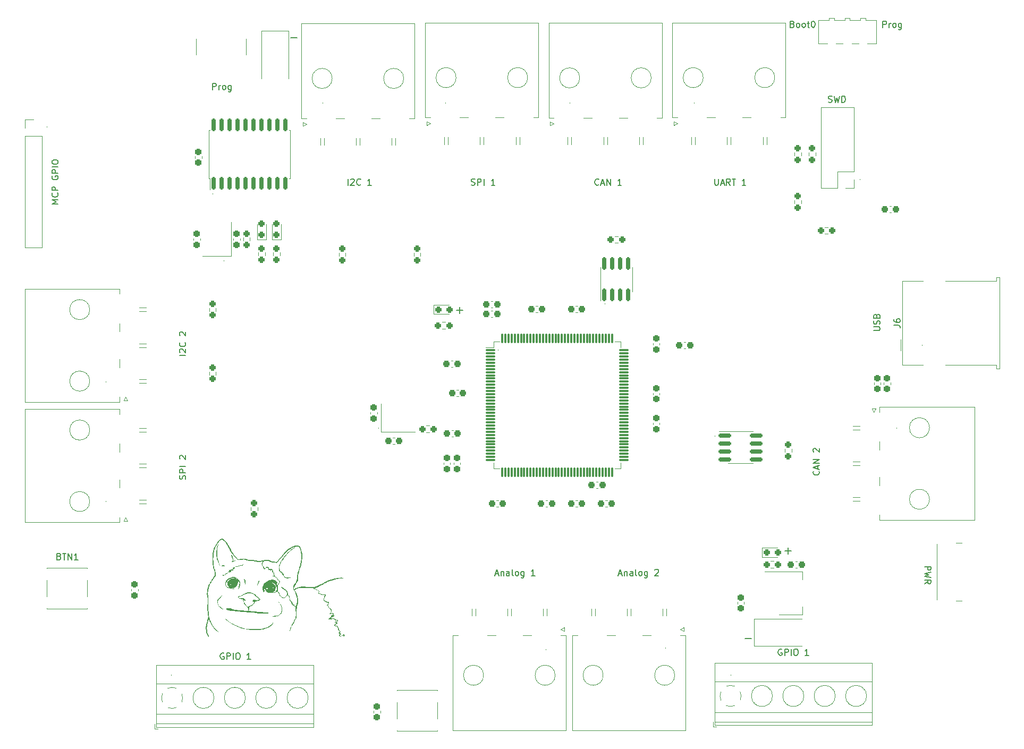
<source format=gto>
G04 #@! TF.GenerationSoftware,KiCad,Pcbnew,7.0.7*
G04 #@! TF.CreationDate,2024-01-22T22:27:14-06:00*
G04 #@! TF.ProjectId,stm32f429z,73746d33-3266-4343-9239-7a2e6b696361,rev?*
G04 #@! TF.SameCoordinates,Original*
G04 #@! TF.FileFunction,Legend,Top*
G04 #@! TF.FilePolarity,Positive*
%FSLAX46Y46*%
G04 Gerber Fmt 4.6, Leading zero omitted, Abs format (unit mm)*
G04 Created by KiCad (PCBNEW 7.0.7) date 2024-01-22 22:27:14*
%MOMM*%
%LPD*%
G01*
G04 APERTURE LIST*
G04 Aperture macros list*
%AMRoundRect*
0 Rectangle with rounded corners*
0 $1 Rounding radius*
0 $2 $3 $4 $5 $6 $7 $8 $9 X,Y pos of 4 corners*
0 Add a 4 corners polygon primitive as box body*
4,1,4,$2,$3,$4,$5,$6,$7,$8,$9,$2,$3,0*
0 Add four circle primitives for the rounded corners*
1,1,$1+$1,$2,$3*
1,1,$1+$1,$4,$5*
1,1,$1+$1,$6,$7*
1,1,$1+$1,$8,$9*
0 Add four rect primitives between the rounded corners*
20,1,$1+$1,$2,$3,$4,$5,0*
20,1,$1+$1,$4,$5,$6,$7,0*
20,1,$1+$1,$6,$7,$8,$9,0*
20,1,$1+$1,$8,$9,$2,$3,0*%
%AMOutline4P*
0 Free polygon, 4 corners , with rotation*
0 The origin of the aperture is its center*
0 number of corners: always 4*
0 $1 to $8 corner X, Y*
0 $9 Rotation angle, in degrees counterclockwise*
0 create outline with 4 corners*
4,1,4,$1,$2,$3,$4,$5,$6,$7,$8,$1,$2,$9*%
G04 Aperture macros list end*
%ADD10C,0.150000*%
%ADD11C,0.120000*%
%ADD12R,2.000000X1.500000*%
%ADD13R,2.000000X3.800000*%
%ADD14RoundRect,0.237500X-0.237500X0.250000X-0.237500X-0.250000X0.237500X-0.250000X0.237500X0.250000X0*%
%ADD15C,3.000000*%
%ADD16R,3.750000X3.750000*%
%ADD17C,3.750000*%
%ADD18RoundRect,0.237500X0.237500X-0.250000X0.237500X0.250000X-0.237500X0.250000X-0.237500X-0.250000X0*%
%ADD19RoundRect,0.237500X0.300000X0.237500X-0.300000X0.237500X-0.300000X-0.237500X0.300000X-0.237500X0*%
%ADD20Outline4P,-1.800000X-1.150000X1.800000X-0.550000X1.800000X0.550000X-1.800000X1.150000X0.000000*%
%ADD21Outline4P,-1.800000X-1.150000X1.800000X-0.550000X1.800000X0.550000X-1.800000X1.150000X180.000000*%
%ADD22R,1.700000X1.700000*%
%ADD23O,1.700000X1.700000*%
%ADD24R,2.600000X2.600000*%
%ADD25C,2.600000*%
%ADD26RoundRect,0.237500X-0.237500X0.300000X-0.237500X-0.300000X0.237500X-0.300000X0.237500X0.300000X0*%
%ADD27RoundRect,0.237500X-0.287500X-0.237500X0.287500X-0.237500X0.287500X0.237500X-0.287500X0.237500X0*%
%ADD28RoundRect,0.237500X0.237500X-0.287500X0.237500X0.287500X-0.237500X0.287500X-0.237500X-0.287500X0*%
%ADD29C,0.900000*%
%ADD30R,1.250000X2.500000*%
%ADD31R,1.550000X1.300000*%
%ADD32RoundRect,0.237500X-0.300000X-0.237500X0.300000X-0.237500X0.300000X0.237500X-0.300000X0.237500X0*%
%ADD33RoundRect,0.237500X0.237500X-0.300000X0.237500X0.300000X-0.237500X0.300000X-0.237500X-0.300000X0*%
%ADD34RoundRect,0.237500X0.250000X0.237500X-0.250000X0.237500X-0.250000X-0.237500X0.250000X-0.237500X0*%
%ADD35RoundRect,0.075000X-0.662500X-0.075000X0.662500X-0.075000X0.662500X0.075000X-0.662500X0.075000X0*%
%ADD36RoundRect,0.075000X-0.075000X-0.662500X0.075000X-0.662500X0.075000X0.662500X-0.075000X0.662500X0*%
%ADD37RoundRect,0.237500X-0.250000X-0.237500X0.250000X-0.237500X0.250000X0.237500X-0.250000X0.237500X0*%
%ADD38R,1.800000X2.100000*%
%ADD39Outline4P,-1.800000X-1.150000X1.800000X-0.550000X1.800000X0.550000X-1.800000X1.150000X270.000000*%
%ADD40Outline4P,-1.800000X-1.150000X1.800000X-0.550000X1.800000X0.550000X-1.800000X1.150000X90.000000*%
%ADD41C,0.700000*%
%ADD42O,2.400000X0.900000*%
%ADD43O,1.700000X0.900000*%
%ADD44RoundRect,0.150000X0.150000X-0.875000X0.150000X0.875000X-0.150000X0.875000X-0.150000X-0.875000X0*%
%ADD45R,2.100000X1.800000*%
%ADD46RoundRect,0.150000X-0.825000X-0.150000X0.825000X-0.150000X0.825000X0.150000X-0.825000X0.150000X0*%
%ADD47C,8.600000*%
%ADD48R,1.500000X1.600000*%
%ADD49C,1.600000*%
%ADD50R,0.500000X2.500000*%
%ADD51R,2.000000X2.500000*%
%ADD52RoundRect,0.150000X0.150000X-0.825000X0.150000X0.825000X-0.150000X0.825000X-0.150000X-0.825000X0*%
G04 APERTURE END LIST*
D10*
X135890001Y-50292000D02*
G75*
G03*
X135890001Y-50292000I-1J0D01*
G01*
X100584001Y-75438000D02*
G75*
G03*
X100584001Y-75438000I-1J0D01*
G01*
X201930001Y-62484000D02*
G75*
G03*
X201930001Y-62484000I-1J0D01*
G01*
X183642000Y-135636000D02*
X184658000Y-135636000D01*
X175514001Y-50292000D02*
G75*
G03*
X175514001Y-50292000I-1J0D01*
G01*
X125222001Y-102108000D02*
G75*
G03*
X125222001Y-102108000I-1J0D01*
G01*
X92202001Y-141478000D02*
G75*
G03*
X92202001Y-141478000I-1J0D01*
G01*
X189992000Y-121666000D02*
X191008000Y-121666000D01*
X190500000Y-122174000D02*
X190500000Y-121158000D01*
X98806001Y-64770000D02*
G75*
G03*
X98806001Y-64770000I-1J0D01*
G01*
X178816001Y-103378000D02*
G75*
G03*
X178816001Y-103378000I-1J0D01*
G01*
X161290001Y-82296000D02*
G75*
G03*
X161290001Y-82296000I-1J0D01*
G01*
X155702001Y-50292000D02*
G75*
G03*
X155702001Y-50292000I-1J0D01*
G01*
X207772001Y-102108000D02*
G75*
G03*
X207772001Y-102108000I-1J0D01*
G01*
X111252000Y-39878000D02*
X112268000Y-39878000D01*
X211836001Y-88900000D02*
G75*
G03*
X211836001Y-88900000I-1J0D01*
G01*
X137668000Y-83312000D02*
X138684000Y-83312000D01*
X72390001Y-54102000D02*
G75*
G03*
X72390001Y-54102000I-1J0D01*
G01*
X138176000Y-83820000D02*
X138176000Y-82804000D01*
X81788001Y-94742000D02*
G75*
G03*
X81788001Y-94742000I-1J0D01*
G01*
X181356001Y-141478000D02*
G75*
G03*
X181356001Y-141478000I-1J0D01*
G01*
X144272001Y-89662000D02*
G75*
G03*
X144272001Y-89662000I-1J0D01*
G01*
X151892001Y-137414000D02*
G75*
G03*
X151892001Y-137414000I-1J0D01*
G01*
X81788001Y-113792000D02*
G75*
G03*
X81788001Y-113792000I-1J0D01*
G01*
X116332001Y-50292000D02*
G75*
G03*
X116332001Y-50292000I-1J0D01*
G01*
X170942001Y-137160000D02*
G75*
G03*
X170942001Y-137160000I-1J0D01*
G01*
X143799160Y-125314104D02*
X144275350Y-125314104D01*
X143703922Y-125599819D02*
X144037255Y-124599819D01*
X144037255Y-124599819D02*
X144370588Y-125599819D01*
X144703922Y-124933152D02*
X144703922Y-125599819D01*
X144703922Y-125028390D02*
X144751541Y-124980771D01*
X144751541Y-124980771D02*
X144846779Y-124933152D01*
X144846779Y-124933152D02*
X144989636Y-124933152D01*
X144989636Y-124933152D02*
X145084874Y-124980771D01*
X145084874Y-124980771D02*
X145132493Y-125076009D01*
X145132493Y-125076009D02*
X145132493Y-125599819D01*
X146037255Y-125599819D02*
X146037255Y-125076009D01*
X146037255Y-125076009D02*
X145989636Y-124980771D01*
X145989636Y-124980771D02*
X145894398Y-124933152D01*
X145894398Y-124933152D02*
X145703922Y-124933152D01*
X145703922Y-124933152D02*
X145608684Y-124980771D01*
X146037255Y-125552200D02*
X145942017Y-125599819D01*
X145942017Y-125599819D02*
X145703922Y-125599819D01*
X145703922Y-125599819D02*
X145608684Y-125552200D01*
X145608684Y-125552200D02*
X145561065Y-125456961D01*
X145561065Y-125456961D02*
X145561065Y-125361723D01*
X145561065Y-125361723D02*
X145608684Y-125266485D01*
X145608684Y-125266485D02*
X145703922Y-125218866D01*
X145703922Y-125218866D02*
X145942017Y-125218866D01*
X145942017Y-125218866D02*
X146037255Y-125171247D01*
X146656303Y-125599819D02*
X146561065Y-125552200D01*
X146561065Y-125552200D02*
X146513446Y-125456961D01*
X146513446Y-125456961D02*
X146513446Y-124599819D01*
X147180113Y-125599819D02*
X147084875Y-125552200D01*
X147084875Y-125552200D02*
X147037256Y-125504580D01*
X147037256Y-125504580D02*
X146989637Y-125409342D01*
X146989637Y-125409342D02*
X146989637Y-125123628D01*
X146989637Y-125123628D02*
X147037256Y-125028390D01*
X147037256Y-125028390D02*
X147084875Y-124980771D01*
X147084875Y-124980771D02*
X147180113Y-124933152D01*
X147180113Y-124933152D02*
X147322970Y-124933152D01*
X147322970Y-124933152D02*
X147418208Y-124980771D01*
X147418208Y-124980771D02*
X147465827Y-125028390D01*
X147465827Y-125028390D02*
X147513446Y-125123628D01*
X147513446Y-125123628D02*
X147513446Y-125409342D01*
X147513446Y-125409342D02*
X147465827Y-125504580D01*
X147465827Y-125504580D02*
X147418208Y-125552200D01*
X147418208Y-125552200D02*
X147322970Y-125599819D01*
X147322970Y-125599819D02*
X147180113Y-125599819D01*
X148370589Y-124933152D02*
X148370589Y-125742676D01*
X148370589Y-125742676D02*
X148322970Y-125837914D01*
X148322970Y-125837914D02*
X148275351Y-125885533D01*
X148275351Y-125885533D02*
X148180113Y-125933152D01*
X148180113Y-125933152D02*
X148037256Y-125933152D01*
X148037256Y-125933152D02*
X147942018Y-125885533D01*
X148370589Y-125552200D02*
X148275351Y-125599819D01*
X148275351Y-125599819D02*
X148084875Y-125599819D01*
X148084875Y-125599819D02*
X147989637Y-125552200D01*
X147989637Y-125552200D02*
X147942018Y-125504580D01*
X147942018Y-125504580D02*
X147894399Y-125409342D01*
X147894399Y-125409342D02*
X147894399Y-125123628D01*
X147894399Y-125123628D02*
X147942018Y-125028390D01*
X147942018Y-125028390D02*
X147989637Y-124980771D01*
X147989637Y-124980771D02*
X148084875Y-124933152D01*
X148084875Y-124933152D02*
X148275351Y-124933152D01*
X148275351Y-124933152D02*
X148370589Y-124980771D01*
X150132494Y-125599819D02*
X149561066Y-125599819D01*
X149846780Y-125599819D02*
X149846780Y-124599819D01*
X149846780Y-124599819D02*
X149751542Y-124742676D01*
X149751542Y-124742676D02*
X149656304Y-124837914D01*
X149656304Y-124837914D02*
X149561066Y-124885533D01*
X196885160Y-50114200D02*
X197028017Y-50161819D01*
X197028017Y-50161819D02*
X197266112Y-50161819D01*
X197266112Y-50161819D02*
X197361350Y-50114200D01*
X197361350Y-50114200D02*
X197408969Y-50066580D01*
X197408969Y-50066580D02*
X197456588Y-49971342D01*
X197456588Y-49971342D02*
X197456588Y-49876104D01*
X197456588Y-49876104D02*
X197408969Y-49780866D01*
X197408969Y-49780866D02*
X197361350Y-49733247D01*
X197361350Y-49733247D02*
X197266112Y-49685628D01*
X197266112Y-49685628D02*
X197075636Y-49638009D01*
X197075636Y-49638009D02*
X196980398Y-49590390D01*
X196980398Y-49590390D02*
X196932779Y-49542771D01*
X196932779Y-49542771D02*
X196885160Y-49447533D01*
X196885160Y-49447533D02*
X196885160Y-49352295D01*
X196885160Y-49352295D02*
X196932779Y-49257057D01*
X196932779Y-49257057D02*
X196980398Y-49209438D01*
X196980398Y-49209438D02*
X197075636Y-49161819D01*
X197075636Y-49161819D02*
X197313731Y-49161819D01*
X197313731Y-49161819D02*
X197456588Y-49209438D01*
X197789922Y-49161819D02*
X198028017Y-50161819D01*
X198028017Y-50161819D02*
X198218493Y-49447533D01*
X198218493Y-49447533D02*
X198408969Y-50161819D01*
X198408969Y-50161819D02*
X198647065Y-49161819D01*
X199028017Y-50161819D02*
X199028017Y-49161819D01*
X199028017Y-49161819D02*
X199266112Y-49161819D01*
X199266112Y-49161819D02*
X199408969Y-49209438D01*
X199408969Y-49209438D02*
X199504207Y-49304676D01*
X199504207Y-49304676D02*
X199551826Y-49399914D01*
X199551826Y-49399914D02*
X199599445Y-49590390D01*
X199599445Y-49590390D02*
X199599445Y-49733247D01*
X199599445Y-49733247D02*
X199551826Y-49923723D01*
X199551826Y-49923723D02*
X199504207Y-50018961D01*
X199504207Y-50018961D02*
X199408969Y-50114200D01*
X199408969Y-50114200D02*
X199266112Y-50161819D01*
X199266112Y-50161819D02*
X199028017Y-50161819D01*
X204101819Y-86531220D02*
X204911342Y-86531220D01*
X204911342Y-86531220D02*
X205006580Y-86483601D01*
X205006580Y-86483601D02*
X205054200Y-86435982D01*
X205054200Y-86435982D02*
X205101819Y-86340744D01*
X205101819Y-86340744D02*
X205101819Y-86150268D01*
X205101819Y-86150268D02*
X205054200Y-86055030D01*
X205054200Y-86055030D02*
X205006580Y-86007411D01*
X205006580Y-86007411D02*
X204911342Y-85959792D01*
X204911342Y-85959792D02*
X204101819Y-85959792D01*
X205054200Y-85531220D02*
X205101819Y-85388363D01*
X205101819Y-85388363D02*
X205101819Y-85150268D01*
X205101819Y-85150268D02*
X205054200Y-85055030D01*
X205054200Y-85055030D02*
X205006580Y-85007411D01*
X205006580Y-85007411D02*
X204911342Y-84959792D01*
X204911342Y-84959792D02*
X204816104Y-84959792D01*
X204816104Y-84959792D02*
X204720866Y-85007411D01*
X204720866Y-85007411D02*
X204673247Y-85055030D01*
X204673247Y-85055030D02*
X204625628Y-85150268D01*
X204625628Y-85150268D02*
X204578009Y-85340744D01*
X204578009Y-85340744D02*
X204530390Y-85435982D01*
X204530390Y-85435982D02*
X204482771Y-85483601D01*
X204482771Y-85483601D02*
X204387533Y-85531220D01*
X204387533Y-85531220D02*
X204292295Y-85531220D01*
X204292295Y-85531220D02*
X204197057Y-85483601D01*
X204197057Y-85483601D02*
X204149438Y-85435982D01*
X204149438Y-85435982D02*
X204101819Y-85340744D01*
X204101819Y-85340744D02*
X204101819Y-85102649D01*
X204101819Y-85102649D02*
X204149438Y-84959792D01*
X204578009Y-84197887D02*
X204625628Y-84055030D01*
X204625628Y-84055030D02*
X204673247Y-84007411D01*
X204673247Y-84007411D02*
X204768485Y-83959792D01*
X204768485Y-83959792D02*
X204911342Y-83959792D01*
X204911342Y-83959792D02*
X205006580Y-84007411D01*
X205006580Y-84007411D02*
X205054200Y-84055030D01*
X205054200Y-84055030D02*
X205101819Y-84150268D01*
X205101819Y-84150268D02*
X205101819Y-84531220D01*
X205101819Y-84531220D02*
X204101819Y-84531220D01*
X204101819Y-84531220D02*
X204101819Y-84197887D01*
X204101819Y-84197887D02*
X204149438Y-84102649D01*
X204149438Y-84102649D02*
X204197057Y-84055030D01*
X204197057Y-84055030D02*
X204292295Y-84007411D01*
X204292295Y-84007411D02*
X204387533Y-84007411D01*
X204387533Y-84007411D02*
X204482771Y-84055030D01*
X204482771Y-84055030D02*
X204530390Y-84102649D01*
X204530390Y-84102649D02*
X204578009Y-84197887D01*
X204578009Y-84197887D02*
X204578009Y-84531220D01*
X94484819Y-90468220D02*
X93484819Y-90468220D01*
X93580057Y-90039649D02*
X93532438Y-89992030D01*
X93532438Y-89992030D02*
X93484819Y-89896792D01*
X93484819Y-89896792D02*
X93484819Y-89658697D01*
X93484819Y-89658697D02*
X93532438Y-89563459D01*
X93532438Y-89563459D02*
X93580057Y-89515840D01*
X93580057Y-89515840D02*
X93675295Y-89468221D01*
X93675295Y-89468221D02*
X93770533Y-89468221D01*
X93770533Y-89468221D02*
X93913390Y-89515840D01*
X93913390Y-89515840D02*
X94484819Y-90087268D01*
X94484819Y-90087268D02*
X94484819Y-89468221D01*
X94389580Y-88468221D02*
X94437200Y-88515840D01*
X94437200Y-88515840D02*
X94484819Y-88658697D01*
X94484819Y-88658697D02*
X94484819Y-88753935D01*
X94484819Y-88753935D02*
X94437200Y-88896792D01*
X94437200Y-88896792D02*
X94341961Y-88992030D01*
X94341961Y-88992030D02*
X94246723Y-89039649D01*
X94246723Y-89039649D02*
X94056247Y-89087268D01*
X94056247Y-89087268D02*
X93913390Y-89087268D01*
X93913390Y-89087268D02*
X93722914Y-89039649D01*
X93722914Y-89039649D02*
X93627676Y-88992030D01*
X93627676Y-88992030D02*
X93532438Y-88896792D01*
X93532438Y-88896792D02*
X93484819Y-88753935D01*
X93484819Y-88753935D02*
X93484819Y-88658697D01*
X93484819Y-88658697D02*
X93532438Y-88515840D01*
X93532438Y-88515840D02*
X93580057Y-88468221D01*
X93580057Y-87325363D02*
X93532438Y-87277744D01*
X93532438Y-87277744D02*
X93484819Y-87182506D01*
X93484819Y-87182506D02*
X93484819Y-86944411D01*
X93484819Y-86944411D02*
X93532438Y-86849173D01*
X93532438Y-86849173D02*
X93580057Y-86801554D01*
X93580057Y-86801554D02*
X93675295Y-86753935D01*
X93675295Y-86753935D02*
X93770533Y-86753935D01*
X93770533Y-86753935D02*
X93913390Y-86801554D01*
X93913390Y-86801554D02*
X94484819Y-87372982D01*
X94484819Y-87372982D02*
X94484819Y-86753935D01*
X139989160Y-63322200D02*
X140132017Y-63369819D01*
X140132017Y-63369819D02*
X140370112Y-63369819D01*
X140370112Y-63369819D02*
X140465350Y-63322200D01*
X140465350Y-63322200D02*
X140512969Y-63274580D01*
X140512969Y-63274580D02*
X140560588Y-63179342D01*
X140560588Y-63179342D02*
X140560588Y-63084104D01*
X140560588Y-63084104D02*
X140512969Y-62988866D01*
X140512969Y-62988866D02*
X140465350Y-62941247D01*
X140465350Y-62941247D02*
X140370112Y-62893628D01*
X140370112Y-62893628D02*
X140179636Y-62846009D01*
X140179636Y-62846009D02*
X140084398Y-62798390D01*
X140084398Y-62798390D02*
X140036779Y-62750771D01*
X140036779Y-62750771D02*
X139989160Y-62655533D01*
X139989160Y-62655533D02*
X139989160Y-62560295D01*
X139989160Y-62560295D02*
X140036779Y-62465057D01*
X140036779Y-62465057D02*
X140084398Y-62417438D01*
X140084398Y-62417438D02*
X140179636Y-62369819D01*
X140179636Y-62369819D02*
X140417731Y-62369819D01*
X140417731Y-62369819D02*
X140560588Y-62417438D01*
X140989160Y-63369819D02*
X140989160Y-62369819D01*
X140989160Y-62369819D02*
X141370112Y-62369819D01*
X141370112Y-62369819D02*
X141465350Y-62417438D01*
X141465350Y-62417438D02*
X141512969Y-62465057D01*
X141512969Y-62465057D02*
X141560588Y-62560295D01*
X141560588Y-62560295D02*
X141560588Y-62703152D01*
X141560588Y-62703152D02*
X141512969Y-62798390D01*
X141512969Y-62798390D02*
X141465350Y-62846009D01*
X141465350Y-62846009D02*
X141370112Y-62893628D01*
X141370112Y-62893628D02*
X140989160Y-62893628D01*
X141989160Y-63369819D02*
X141989160Y-62369819D01*
X143751064Y-63369819D02*
X143179636Y-63369819D01*
X143465350Y-63369819D02*
X143465350Y-62369819D01*
X143465350Y-62369819D02*
X143370112Y-62512676D01*
X143370112Y-62512676D02*
X143274874Y-62607914D01*
X143274874Y-62607914D02*
X143179636Y-62655533D01*
X74164819Y-66338220D02*
X73164819Y-66338220D01*
X73164819Y-66338220D02*
X73879104Y-66004887D01*
X73879104Y-66004887D02*
X73164819Y-65671554D01*
X73164819Y-65671554D02*
X74164819Y-65671554D01*
X74069580Y-64623935D02*
X74117200Y-64671554D01*
X74117200Y-64671554D02*
X74164819Y-64814411D01*
X74164819Y-64814411D02*
X74164819Y-64909649D01*
X74164819Y-64909649D02*
X74117200Y-65052506D01*
X74117200Y-65052506D02*
X74021961Y-65147744D01*
X74021961Y-65147744D02*
X73926723Y-65195363D01*
X73926723Y-65195363D02*
X73736247Y-65242982D01*
X73736247Y-65242982D02*
X73593390Y-65242982D01*
X73593390Y-65242982D02*
X73402914Y-65195363D01*
X73402914Y-65195363D02*
X73307676Y-65147744D01*
X73307676Y-65147744D02*
X73212438Y-65052506D01*
X73212438Y-65052506D02*
X73164819Y-64909649D01*
X73164819Y-64909649D02*
X73164819Y-64814411D01*
X73164819Y-64814411D02*
X73212438Y-64671554D01*
X73212438Y-64671554D02*
X73260057Y-64623935D01*
X74164819Y-64195363D02*
X73164819Y-64195363D01*
X73164819Y-64195363D02*
X73164819Y-63814411D01*
X73164819Y-63814411D02*
X73212438Y-63719173D01*
X73212438Y-63719173D02*
X73260057Y-63671554D01*
X73260057Y-63671554D02*
X73355295Y-63623935D01*
X73355295Y-63623935D02*
X73498152Y-63623935D01*
X73498152Y-63623935D02*
X73593390Y-63671554D01*
X73593390Y-63671554D02*
X73641009Y-63719173D01*
X73641009Y-63719173D02*
X73688628Y-63814411D01*
X73688628Y-63814411D02*
X73688628Y-64195363D01*
X73212438Y-61909649D02*
X73164819Y-62004887D01*
X73164819Y-62004887D02*
X73164819Y-62147744D01*
X73164819Y-62147744D02*
X73212438Y-62290601D01*
X73212438Y-62290601D02*
X73307676Y-62385839D01*
X73307676Y-62385839D02*
X73402914Y-62433458D01*
X73402914Y-62433458D02*
X73593390Y-62481077D01*
X73593390Y-62481077D02*
X73736247Y-62481077D01*
X73736247Y-62481077D02*
X73926723Y-62433458D01*
X73926723Y-62433458D02*
X74021961Y-62385839D01*
X74021961Y-62385839D02*
X74117200Y-62290601D01*
X74117200Y-62290601D02*
X74164819Y-62147744D01*
X74164819Y-62147744D02*
X74164819Y-62052506D01*
X74164819Y-62052506D02*
X74117200Y-61909649D01*
X74117200Y-61909649D02*
X74069580Y-61862030D01*
X74069580Y-61862030D02*
X73736247Y-61862030D01*
X73736247Y-61862030D02*
X73736247Y-62052506D01*
X74164819Y-61433458D02*
X73164819Y-61433458D01*
X73164819Y-61433458D02*
X73164819Y-61052506D01*
X73164819Y-61052506D02*
X73212438Y-60957268D01*
X73212438Y-60957268D02*
X73260057Y-60909649D01*
X73260057Y-60909649D02*
X73355295Y-60862030D01*
X73355295Y-60862030D02*
X73498152Y-60862030D01*
X73498152Y-60862030D02*
X73593390Y-60909649D01*
X73593390Y-60909649D02*
X73641009Y-60957268D01*
X73641009Y-60957268D02*
X73688628Y-61052506D01*
X73688628Y-61052506D02*
X73688628Y-61433458D01*
X74164819Y-60433458D02*
X73164819Y-60433458D01*
X73164819Y-59766792D02*
X73164819Y-59576316D01*
X73164819Y-59576316D02*
X73212438Y-59481078D01*
X73212438Y-59481078D02*
X73307676Y-59385840D01*
X73307676Y-59385840D02*
X73498152Y-59338221D01*
X73498152Y-59338221D02*
X73831485Y-59338221D01*
X73831485Y-59338221D02*
X74021961Y-59385840D01*
X74021961Y-59385840D02*
X74117200Y-59481078D01*
X74117200Y-59481078D02*
X74164819Y-59576316D01*
X74164819Y-59576316D02*
X74164819Y-59766792D01*
X74164819Y-59766792D02*
X74117200Y-59862030D01*
X74117200Y-59862030D02*
X74021961Y-59957268D01*
X74021961Y-59957268D02*
X73831485Y-60004887D01*
X73831485Y-60004887D02*
X73498152Y-60004887D01*
X73498152Y-60004887D02*
X73307676Y-59957268D01*
X73307676Y-59957268D02*
X73212438Y-59862030D01*
X73212438Y-59862030D02*
X73164819Y-59766792D01*
X94437200Y-110200839D02*
X94484819Y-110057982D01*
X94484819Y-110057982D02*
X94484819Y-109819887D01*
X94484819Y-109819887D02*
X94437200Y-109724649D01*
X94437200Y-109724649D02*
X94389580Y-109677030D01*
X94389580Y-109677030D02*
X94294342Y-109629411D01*
X94294342Y-109629411D02*
X94199104Y-109629411D01*
X94199104Y-109629411D02*
X94103866Y-109677030D01*
X94103866Y-109677030D02*
X94056247Y-109724649D01*
X94056247Y-109724649D02*
X94008628Y-109819887D01*
X94008628Y-109819887D02*
X93961009Y-110010363D01*
X93961009Y-110010363D02*
X93913390Y-110105601D01*
X93913390Y-110105601D02*
X93865771Y-110153220D01*
X93865771Y-110153220D02*
X93770533Y-110200839D01*
X93770533Y-110200839D02*
X93675295Y-110200839D01*
X93675295Y-110200839D02*
X93580057Y-110153220D01*
X93580057Y-110153220D02*
X93532438Y-110105601D01*
X93532438Y-110105601D02*
X93484819Y-110010363D01*
X93484819Y-110010363D02*
X93484819Y-109772268D01*
X93484819Y-109772268D02*
X93532438Y-109629411D01*
X94484819Y-109200839D02*
X93484819Y-109200839D01*
X93484819Y-109200839D02*
X93484819Y-108819887D01*
X93484819Y-108819887D02*
X93532438Y-108724649D01*
X93532438Y-108724649D02*
X93580057Y-108677030D01*
X93580057Y-108677030D02*
X93675295Y-108629411D01*
X93675295Y-108629411D02*
X93818152Y-108629411D01*
X93818152Y-108629411D02*
X93913390Y-108677030D01*
X93913390Y-108677030D02*
X93961009Y-108724649D01*
X93961009Y-108724649D02*
X94008628Y-108819887D01*
X94008628Y-108819887D02*
X94008628Y-109200839D01*
X94484819Y-108200839D02*
X93484819Y-108200839D01*
X93580057Y-107010363D02*
X93532438Y-106962744D01*
X93532438Y-106962744D02*
X93484819Y-106867506D01*
X93484819Y-106867506D02*
X93484819Y-106629411D01*
X93484819Y-106629411D02*
X93532438Y-106534173D01*
X93532438Y-106534173D02*
X93580057Y-106486554D01*
X93580057Y-106486554D02*
X93675295Y-106438935D01*
X93675295Y-106438935D02*
X93770533Y-106438935D01*
X93770533Y-106438935D02*
X93913390Y-106486554D01*
X93913390Y-106486554D02*
X94484819Y-107057982D01*
X94484819Y-107057982D02*
X94484819Y-106438935D01*
X98761779Y-48129819D02*
X98761779Y-47129819D01*
X98761779Y-47129819D02*
X99142731Y-47129819D01*
X99142731Y-47129819D02*
X99237969Y-47177438D01*
X99237969Y-47177438D02*
X99285588Y-47225057D01*
X99285588Y-47225057D02*
X99333207Y-47320295D01*
X99333207Y-47320295D02*
X99333207Y-47463152D01*
X99333207Y-47463152D02*
X99285588Y-47558390D01*
X99285588Y-47558390D02*
X99237969Y-47606009D01*
X99237969Y-47606009D02*
X99142731Y-47653628D01*
X99142731Y-47653628D02*
X98761779Y-47653628D01*
X99761779Y-48129819D02*
X99761779Y-47463152D01*
X99761779Y-47653628D02*
X99809398Y-47558390D01*
X99809398Y-47558390D02*
X99857017Y-47510771D01*
X99857017Y-47510771D02*
X99952255Y-47463152D01*
X99952255Y-47463152D02*
X100047493Y-47463152D01*
X100523684Y-48129819D02*
X100428446Y-48082200D01*
X100428446Y-48082200D02*
X100380827Y-48034580D01*
X100380827Y-48034580D02*
X100333208Y-47939342D01*
X100333208Y-47939342D02*
X100333208Y-47653628D01*
X100333208Y-47653628D02*
X100380827Y-47558390D01*
X100380827Y-47558390D02*
X100428446Y-47510771D01*
X100428446Y-47510771D02*
X100523684Y-47463152D01*
X100523684Y-47463152D02*
X100666541Y-47463152D01*
X100666541Y-47463152D02*
X100761779Y-47510771D01*
X100761779Y-47510771D02*
X100809398Y-47558390D01*
X100809398Y-47558390D02*
X100857017Y-47653628D01*
X100857017Y-47653628D02*
X100857017Y-47939342D01*
X100857017Y-47939342D02*
X100809398Y-48034580D01*
X100809398Y-48034580D02*
X100761779Y-48082200D01*
X100761779Y-48082200D02*
X100666541Y-48129819D01*
X100666541Y-48129819D02*
X100523684Y-48129819D01*
X101714160Y-47463152D02*
X101714160Y-48272676D01*
X101714160Y-48272676D02*
X101666541Y-48367914D01*
X101666541Y-48367914D02*
X101618922Y-48415533D01*
X101618922Y-48415533D02*
X101523684Y-48463152D01*
X101523684Y-48463152D02*
X101380827Y-48463152D01*
X101380827Y-48463152D02*
X101285589Y-48415533D01*
X101714160Y-48082200D02*
X101618922Y-48129819D01*
X101618922Y-48129819D02*
X101428446Y-48129819D01*
X101428446Y-48129819D02*
X101333208Y-48082200D01*
X101333208Y-48082200D02*
X101285589Y-48034580D01*
X101285589Y-48034580D02*
X101237970Y-47939342D01*
X101237970Y-47939342D02*
X101237970Y-47653628D01*
X101237970Y-47653628D02*
X101285589Y-47558390D01*
X101285589Y-47558390D02*
X101333208Y-47510771D01*
X101333208Y-47510771D02*
X101428446Y-47463152D01*
X101428446Y-47463152D02*
X101618922Y-47463152D01*
X101618922Y-47463152D02*
X101714160Y-47510771D01*
X189455588Y-137347438D02*
X189360350Y-137299819D01*
X189360350Y-137299819D02*
X189217493Y-137299819D01*
X189217493Y-137299819D02*
X189074636Y-137347438D01*
X189074636Y-137347438D02*
X188979398Y-137442676D01*
X188979398Y-137442676D02*
X188931779Y-137537914D01*
X188931779Y-137537914D02*
X188884160Y-137728390D01*
X188884160Y-137728390D02*
X188884160Y-137871247D01*
X188884160Y-137871247D02*
X188931779Y-138061723D01*
X188931779Y-138061723D02*
X188979398Y-138156961D01*
X188979398Y-138156961D02*
X189074636Y-138252200D01*
X189074636Y-138252200D02*
X189217493Y-138299819D01*
X189217493Y-138299819D02*
X189312731Y-138299819D01*
X189312731Y-138299819D02*
X189455588Y-138252200D01*
X189455588Y-138252200D02*
X189503207Y-138204580D01*
X189503207Y-138204580D02*
X189503207Y-137871247D01*
X189503207Y-137871247D02*
X189312731Y-137871247D01*
X189931779Y-138299819D02*
X189931779Y-137299819D01*
X189931779Y-137299819D02*
X190312731Y-137299819D01*
X190312731Y-137299819D02*
X190407969Y-137347438D01*
X190407969Y-137347438D02*
X190455588Y-137395057D01*
X190455588Y-137395057D02*
X190503207Y-137490295D01*
X190503207Y-137490295D02*
X190503207Y-137633152D01*
X190503207Y-137633152D02*
X190455588Y-137728390D01*
X190455588Y-137728390D02*
X190407969Y-137776009D01*
X190407969Y-137776009D02*
X190312731Y-137823628D01*
X190312731Y-137823628D02*
X189931779Y-137823628D01*
X190931779Y-138299819D02*
X190931779Y-137299819D01*
X191598445Y-137299819D02*
X191788921Y-137299819D01*
X191788921Y-137299819D02*
X191884159Y-137347438D01*
X191884159Y-137347438D02*
X191979397Y-137442676D01*
X191979397Y-137442676D02*
X192027016Y-137633152D01*
X192027016Y-137633152D02*
X192027016Y-137966485D01*
X192027016Y-137966485D02*
X191979397Y-138156961D01*
X191979397Y-138156961D02*
X191884159Y-138252200D01*
X191884159Y-138252200D02*
X191788921Y-138299819D01*
X191788921Y-138299819D02*
X191598445Y-138299819D01*
X191598445Y-138299819D02*
X191503207Y-138252200D01*
X191503207Y-138252200D02*
X191407969Y-138156961D01*
X191407969Y-138156961D02*
X191360350Y-137966485D01*
X191360350Y-137966485D02*
X191360350Y-137633152D01*
X191360350Y-137633152D02*
X191407969Y-137442676D01*
X191407969Y-137442676D02*
X191503207Y-137347438D01*
X191503207Y-137347438D02*
X191598445Y-137299819D01*
X193741302Y-138299819D02*
X193169874Y-138299819D01*
X193455588Y-138299819D02*
X193455588Y-137299819D01*
X193455588Y-137299819D02*
X193360350Y-137442676D01*
X193360350Y-137442676D02*
X193265112Y-137537914D01*
X193265112Y-137537914D02*
X193169874Y-137585533D01*
X100555588Y-137982438D02*
X100460350Y-137934819D01*
X100460350Y-137934819D02*
X100317493Y-137934819D01*
X100317493Y-137934819D02*
X100174636Y-137982438D01*
X100174636Y-137982438D02*
X100079398Y-138077676D01*
X100079398Y-138077676D02*
X100031779Y-138172914D01*
X100031779Y-138172914D02*
X99984160Y-138363390D01*
X99984160Y-138363390D02*
X99984160Y-138506247D01*
X99984160Y-138506247D02*
X100031779Y-138696723D01*
X100031779Y-138696723D02*
X100079398Y-138791961D01*
X100079398Y-138791961D02*
X100174636Y-138887200D01*
X100174636Y-138887200D02*
X100317493Y-138934819D01*
X100317493Y-138934819D02*
X100412731Y-138934819D01*
X100412731Y-138934819D02*
X100555588Y-138887200D01*
X100555588Y-138887200D02*
X100603207Y-138839580D01*
X100603207Y-138839580D02*
X100603207Y-138506247D01*
X100603207Y-138506247D02*
X100412731Y-138506247D01*
X101031779Y-138934819D02*
X101031779Y-137934819D01*
X101031779Y-137934819D02*
X101412731Y-137934819D01*
X101412731Y-137934819D02*
X101507969Y-137982438D01*
X101507969Y-137982438D02*
X101555588Y-138030057D01*
X101555588Y-138030057D02*
X101603207Y-138125295D01*
X101603207Y-138125295D02*
X101603207Y-138268152D01*
X101603207Y-138268152D02*
X101555588Y-138363390D01*
X101555588Y-138363390D02*
X101507969Y-138411009D01*
X101507969Y-138411009D02*
X101412731Y-138458628D01*
X101412731Y-138458628D02*
X101031779Y-138458628D01*
X102031779Y-138934819D02*
X102031779Y-137934819D01*
X102698445Y-137934819D02*
X102888921Y-137934819D01*
X102888921Y-137934819D02*
X102984159Y-137982438D01*
X102984159Y-137982438D02*
X103079397Y-138077676D01*
X103079397Y-138077676D02*
X103127016Y-138268152D01*
X103127016Y-138268152D02*
X103127016Y-138601485D01*
X103127016Y-138601485D02*
X103079397Y-138791961D01*
X103079397Y-138791961D02*
X102984159Y-138887200D01*
X102984159Y-138887200D02*
X102888921Y-138934819D01*
X102888921Y-138934819D02*
X102698445Y-138934819D01*
X102698445Y-138934819D02*
X102603207Y-138887200D01*
X102603207Y-138887200D02*
X102507969Y-138791961D01*
X102507969Y-138791961D02*
X102460350Y-138601485D01*
X102460350Y-138601485D02*
X102460350Y-138268152D01*
X102460350Y-138268152D02*
X102507969Y-138077676D01*
X102507969Y-138077676D02*
X102603207Y-137982438D01*
X102603207Y-137982438D02*
X102698445Y-137934819D01*
X104841302Y-138934819D02*
X104269874Y-138934819D01*
X104555588Y-138934819D02*
X104555588Y-137934819D01*
X104555588Y-137934819D02*
X104460350Y-138077676D01*
X104460350Y-138077676D02*
X104365112Y-138172914D01*
X104365112Y-138172914D02*
X104269874Y-138220533D01*
X205568779Y-38223819D02*
X205568779Y-37223819D01*
X205568779Y-37223819D02*
X205949731Y-37223819D01*
X205949731Y-37223819D02*
X206044969Y-37271438D01*
X206044969Y-37271438D02*
X206092588Y-37319057D01*
X206092588Y-37319057D02*
X206140207Y-37414295D01*
X206140207Y-37414295D02*
X206140207Y-37557152D01*
X206140207Y-37557152D02*
X206092588Y-37652390D01*
X206092588Y-37652390D02*
X206044969Y-37700009D01*
X206044969Y-37700009D02*
X205949731Y-37747628D01*
X205949731Y-37747628D02*
X205568779Y-37747628D01*
X206568779Y-38223819D02*
X206568779Y-37557152D01*
X206568779Y-37747628D02*
X206616398Y-37652390D01*
X206616398Y-37652390D02*
X206664017Y-37604771D01*
X206664017Y-37604771D02*
X206759255Y-37557152D01*
X206759255Y-37557152D02*
X206854493Y-37557152D01*
X207330684Y-38223819D02*
X207235446Y-38176200D01*
X207235446Y-38176200D02*
X207187827Y-38128580D01*
X207187827Y-38128580D02*
X207140208Y-38033342D01*
X207140208Y-38033342D02*
X207140208Y-37747628D01*
X207140208Y-37747628D02*
X207187827Y-37652390D01*
X207187827Y-37652390D02*
X207235446Y-37604771D01*
X207235446Y-37604771D02*
X207330684Y-37557152D01*
X207330684Y-37557152D02*
X207473541Y-37557152D01*
X207473541Y-37557152D02*
X207568779Y-37604771D01*
X207568779Y-37604771D02*
X207616398Y-37652390D01*
X207616398Y-37652390D02*
X207664017Y-37747628D01*
X207664017Y-37747628D02*
X207664017Y-38033342D01*
X207664017Y-38033342D02*
X207616398Y-38128580D01*
X207616398Y-38128580D02*
X207568779Y-38176200D01*
X207568779Y-38176200D02*
X207473541Y-38223819D01*
X207473541Y-38223819D02*
X207330684Y-38223819D01*
X208521160Y-37557152D02*
X208521160Y-38366676D01*
X208521160Y-38366676D02*
X208473541Y-38461914D01*
X208473541Y-38461914D02*
X208425922Y-38509533D01*
X208425922Y-38509533D02*
X208330684Y-38557152D01*
X208330684Y-38557152D02*
X208187827Y-38557152D01*
X208187827Y-38557152D02*
X208092589Y-38509533D01*
X208521160Y-38176200D02*
X208425922Y-38223819D01*
X208425922Y-38223819D02*
X208235446Y-38223819D01*
X208235446Y-38223819D02*
X208140208Y-38176200D01*
X208140208Y-38176200D02*
X208092589Y-38128580D01*
X208092589Y-38128580D02*
X208044970Y-38033342D01*
X208044970Y-38033342D02*
X208044970Y-37747628D01*
X208044970Y-37747628D02*
X208092589Y-37652390D01*
X208092589Y-37652390D02*
X208140208Y-37604771D01*
X208140208Y-37604771D02*
X208235446Y-37557152D01*
X208235446Y-37557152D02*
X208425922Y-37557152D01*
X208425922Y-37557152D02*
X208521160Y-37604771D01*
X120351779Y-63369819D02*
X120351779Y-62369819D01*
X120780350Y-62465057D02*
X120827969Y-62417438D01*
X120827969Y-62417438D02*
X120923207Y-62369819D01*
X120923207Y-62369819D02*
X121161302Y-62369819D01*
X121161302Y-62369819D02*
X121256540Y-62417438D01*
X121256540Y-62417438D02*
X121304159Y-62465057D01*
X121304159Y-62465057D02*
X121351778Y-62560295D01*
X121351778Y-62560295D02*
X121351778Y-62655533D01*
X121351778Y-62655533D02*
X121304159Y-62798390D01*
X121304159Y-62798390D02*
X120732731Y-63369819D01*
X120732731Y-63369819D02*
X121351778Y-63369819D01*
X122351778Y-63274580D02*
X122304159Y-63322200D01*
X122304159Y-63322200D02*
X122161302Y-63369819D01*
X122161302Y-63369819D02*
X122066064Y-63369819D01*
X122066064Y-63369819D02*
X121923207Y-63322200D01*
X121923207Y-63322200D02*
X121827969Y-63226961D01*
X121827969Y-63226961D02*
X121780350Y-63131723D01*
X121780350Y-63131723D02*
X121732731Y-62941247D01*
X121732731Y-62941247D02*
X121732731Y-62798390D01*
X121732731Y-62798390D02*
X121780350Y-62607914D01*
X121780350Y-62607914D02*
X121827969Y-62512676D01*
X121827969Y-62512676D02*
X121923207Y-62417438D01*
X121923207Y-62417438D02*
X122066064Y-62369819D01*
X122066064Y-62369819D02*
X122161302Y-62369819D01*
X122161302Y-62369819D02*
X122304159Y-62417438D01*
X122304159Y-62417438D02*
X122351778Y-62465057D01*
X124066064Y-63369819D02*
X123494636Y-63369819D01*
X123780350Y-63369819D02*
X123780350Y-62369819D01*
X123780350Y-62369819D02*
X123685112Y-62512676D01*
X123685112Y-62512676D02*
X123589874Y-62607914D01*
X123589874Y-62607914D02*
X123494636Y-62655533D01*
X178771779Y-62369819D02*
X178771779Y-63179342D01*
X178771779Y-63179342D02*
X178819398Y-63274580D01*
X178819398Y-63274580D02*
X178867017Y-63322200D01*
X178867017Y-63322200D02*
X178962255Y-63369819D01*
X178962255Y-63369819D02*
X179152731Y-63369819D01*
X179152731Y-63369819D02*
X179247969Y-63322200D01*
X179247969Y-63322200D02*
X179295588Y-63274580D01*
X179295588Y-63274580D02*
X179343207Y-63179342D01*
X179343207Y-63179342D02*
X179343207Y-62369819D01*
X179771779Y-63084104D02*
X180247969Y-63084104D01*
X179676541Y-63369819D02*
X180009874Y-62369819D01*
X180009874Y-62369819D02*
X180343207Y-63369819D01*
X181247969Y-63369819D02*
X180914636Y-62893628D01*
X180676541Y-63369819D02*
X180676541Y-62369819D01*
X180676541Y-62369819D02*
X181057493Y-62369819D01*
X181057493Y-62369819D02*
X181152731Y-62417438D01*
X181152731Y-62417438D02*
X181200350Y-62465057D01*
X181200350Y-62465057D02*
X181247969Y-62560295D01*
X181247969Y-62560295D02*
X181247969Y-62703152D01*
X181247969Y-62703152D02*
X181200350Y-62798390D01*
X181200350Y-62798390D02*
X181152731Y-62846009D01*
X181152731Y-62846009D02*
X181057493Y-62893628D01*
X181057493Y-62893628D02*
X180676541Y-62893628D01*
X181533684Y-62369819D02*
X182105112Y-62369819D01*
X181819398Y-63369819D02*
X181819398Y-62369819D01*
X183724160Y-63369819D02*
X183152732Y-63369819D01*
X183438446Y-63369819D02*
X183438446Y-62369819D01*
X183438446Y-62369819D02*
X183343208Y-62512676D01*
X183343208Y-62512676D02*
X183247970Y-62607914D01*
X183247970Y-62607914D02*
X183152732Y-62655533D01*
X212220180Y-124161779D02*
X213220180Y-124161779D01*
X213220180Y-124161779D02*
X213220180Y-124542731D01*
X213220180Y-124542731D02*
X213172561Y-124637969D01*
X213172561Y-124637969D02*
X213124942Y-124685588D01*
X213124942Y-124685588D02*
X213029704Y-124733207D01*
X213029704Y-124733207D02*
X212886847Y-124733207D01*
X212886847Y-124733207D02*
X212791609Y-124685588D01*
X212791609Y-124685588D02*
X212743990Y-124637969D01*
X212743990Y-124637969D02*
X212696371Y-124542731D01*
X212696371Y-124542731D02*
X212696371Y-124161779D01*
X213220180Y-125066541D02*
X212220180Y-125304636D01*
X212220180Y-125304636D02*
X212934466Y-125495112D01*
X212934466Y-125495112D02*
X212220180Y-125685588D01*
X212220180Y-125685588D02*
X213220180Y-125923684D01*
X212220180Y-126876064D02*
X212696371Y-126542731D01*
X212220180Y-126304636D02*
X213220180Y-126304636D01*
X213220180Y-126304636D02*
X213220180Y-126685588D01*
X213220180Y-126685588D02*
X213172561Y-126780826D01*
X213172561Y-126780826D02*
X213124942Y-126828445D01*
X213124942Y-126828445D02*
X213029704Y-126876064D01*
X213029704Y-126876064D02*
X212886847Y-126876064D01*
X212886847Y-126876064D02*
X212791609Y-126828445D01*
X212791609Y-126828445D02*
X212743990Y-126780826D01*
X212743990Y-126780826D02*
X212696371Y-126685588D01*
X212696371Y-126685588D02*
X212696371Y-126304636D01*
X163484160Y-125314104D02*
X163960350Y-125314104D01*
X163388922Y-125599819D02*
X163722255Y-124599819D01*
X163722255Y-124599819D02*
X164055588Y-125599819D01*
X164388922Y-124933152D02*
X164388922Y-125599819D01*
X164388922Y-125028390D02*
X164436541Y-124980771D01*
X164436541Y-124980771D02*
X164531779Y-124933152D01*
X164531779Y-124933152D02*
X164674636Y-124933152D01*
X164674636Y-124933152D02*
X164769874Y-124980771D01*
X164769874Y-124980771D02*
X164817493Y-125076009D01*
X164817493Y-125076009D02*
X164817493Y-125599819D01*
X165722255Y-125599819D02*
X165722255Y-125076009D01*
X165722255Y-125076009D02*
X165674636Y-124980771D01*
X165674636Y-124980771D02*
X165579398Y-124933152D01*
X165579398Y-124933152D02*
X165388922Y-124933152D01*
X165388922Y-124933152D02*
X165293684Y-124980771D01*
X165722255Y-125552200D02*
X165627017Y-125599819D01*
X165627017Y-125599819D02*
X165388922Y-125599819D01*
X165388922Y-125599819D02*
X165293684Y-125552200D01*
X165293684Y-125552200D02*
X165246065Y-125456961D01*
X165246065Y-125456961D02*
X165246065Y-125361723D01*
X165246065Y-125361723D02*
X165293684Y-125266485D01*
X165293684Y-125266485D02*
X165388922Y-125218866D01*
X165388922Y-125218866D02*
X165627017Y-125218866D01*
X165627017Y-125218866D02*
X165722255Y-125171247D01*
X166341303Y-125599819D02*
X166246065Y-125552200D01*
X166246065Y-125552200D02*
X166198446Y-125456961D01*
X166198446Y-125456961D02*
X166198446Y-124599819D01*
X166865113Y-125599819D02*
X166769875Y-125552200D01*
X166769875Y-125552200D02*
X166722256Y-125504580D01*
X166722256Y-125504580D02*
X166674637Y-125409342D01*
X166674637Y-125409342D02*
X166674637Y-125123628D01*
X166674637Y-125123628D02*
X166722256Y-125028390D01*
X166722256Y-125028390D02*
X166769875Y-124980771D01*
X166769875Y-124980771D02*
X166865113Y-124933152D01*
X166865113Y-124933152D02*
X167007970Y-124933152D01*
X167007970Y-124933152D02*
X167103208Y-124980771D01*
X167103208Y-124980771D02*
X167150827Y-125028390D01*
X167150827Y-125028390D02*
X167198446Y-125123628D01*
X167198446Y-125123628D02*
X167198446Y-125409342D01*
X167198446Y-125409342D02*
X167150827Y-125504580D01*
X167150827Y-125504580D02*
X167103208Y-125552200D01*
X167103208Y-125552200D02*
X167007970Y-125599819D01*
X167007970Y-125599819D02*
X166865113Y-125599819D01*
X168055589Y-124933152D02*
X168055589Y-125742676D01*
X168055589Y-125742676D02*
X168007970Y-125837914D01*
X168007970Y-125837914D02*
X167960351Y-125885533D01*
X167960351Y-125885533D02*
X167865113Y-125933152D01*
X167865113Y-125933152D02*
X167722256Y-125933152D01*
X167722256Y-125933152D02*
X167627018Y-125885533D01*
X168055589Y-125552200D02*
X167960351Y-125599819D01*
X167960351Y-125599819D02*
X167769875Y-125599819D01*
X167769875Y-125599819D02*
X167674637Y-125552200D01*
X167674637Y-125552200D02*
X167627018Y-125504580D01*
X167627018Y-125504580D02*
X167579399Y-125409342D01*
X167579399Y-125409342D02*
X167579399Y-125123628D01*
X167579399Y-125123628D02*
X167627018Y-125028390D01*
X167627018Y-125028390D02*
X167674637Y-124980771D01*
X167674637Y-124980771D02*
X167769875Y-124933152D01*
X167769875Y-124933152D02*
X167960351Y-124933152D01*
X167960351Y-124933152D02*
X168055589Y-124980771D01*
X169246066Y-124695057D02*
X169293685Y-124647438D01*
X169293685Y-124647438D02*
X169388923Y-124599819D01*
X169388923Y-124599819D02*
X169627018Y-124599819D01*
X169627018Y-124599819D02*
X169722256Y-124647438D01*
X169722256Y-124647438D02*
X169769875Y-124695057D01*
X169769875Y-124695057D02*
X169817494Y-124790295D01*
X169817494Y-124790295D02*
X169817494Y-124885533D01*
X169817494Y-124885533D02*
X169769875Y-125028390D01*
X169769875Y-125028390D02*
X169198447Y-125599819D01*
X169198447Y-125599819D02*
X169817494Y-125599819D01*
X74330112Y-122536009D02*
X74472969Y-122583628D01*
X74472969Y-122583628D02*
X74520588Y-122631247D01*
X74520588Y-122631247D02*
X74568207Y-122726485D01*
X74568207Y-122726485D02*
X74568207Y-122869342D01*
X74568207Y-122869342D02*
X74520588Y-122964580D01*
X74520588Y-122964580D02*
X74472969Y-123012200D01*
X74472969Y-123012200D02*
X74377731Y-123059819D01*
X74377731Y-123059819D02*
X73996779Y-123059819D01*
X73996779Y-123059819D02*
X73996779Y-122059819D01*
X73996779Y-122059819D02*
X74330112Y-122059819D01*
X74330112Y-122059819D02*
X74425350Y-122107438D01*
X74425350Y-122107438D02*
X74472969Y-122155057D01*
X74472969Y-122155057D02*
X74520588Y-122250295D01*
X74520588Y-122250295D02*
X74520588Y-122345533D01*
X74520588Y-122345533D02*
X74472969Y-122440771D01*
X74472969Y-122440771D02*
X74425350Y-122488390D01*
X74425350Y-122488390D02*
X74330112Y-122536009D01*
X74330112Y-122536009D02*
X73996779Y-122536009D01*
X74853922Y-122059819D02*
X75425350Y-122059819D01*
X75139636Y-123059819D02*
X75139636Y-122059819D01*
X75758684Y-123059819D02*
X75758684Y-122059819D01*
X75758684Y-122059819D02*
X76330112Y-123059819D01*
X76330112Y-123059819D02*
X76330112Y-122059819D01*
X77330112Y-123059819D02*
X76758684Y-123059819D01*
X77044398Y-123059819D02*
X77044398Y-122059819D01*
X77044398Y-122059819D02*
X76949160Y-122202676D01*
X76949160Y-122202676D02*
X76853922Y-122297914D01*
X76853922Y-122297914D02*
X76758684Y-122345533D01*
X160293207Y-63274580D02*
X160245588Y-63322200D01*
X160245588Y-63322200D02*
X160102731Y-63369819D01*
X160102731Y-63369819D02*
X160007493Y-63369819D01*
X160007493Y-63369819D02*
X159864636Y-63322200D01*
X159864636Y-63322200D02*
X159769398Y-63226961D01*
X159769398Y-63226961D02*
X159721779Y-63131723D01*
X159721779Y-63131723D02*
X159674160Y-62941247D01*
X159674160Y-62941247D02*
X159674160Y-62798390D01*
X159674160Y-62798390D02*
X159721779Y-62607914D01*
X159721779Y-62607914D02*
X159769398Y-62512676D01*
X159769398Y-62512676D02*
X159864636Y-62417438D01*
X159864636Y-62417438D02*
X160007493Y-62369819D01*
X160007493Y-62369819D02*
X160102731Y-62369819D01*
X160102731Y-62369819D02*
X160245588Y-62417438D01*
X160245588Y-62417438D02*
X160293207Y-62465057D01*
X160674160Y-63084104D02*
X161150350Y-63084104D01*
X160578922Y-63369819D02*
X160912255Y-62369819D01*
X160912255Y-62369819D02*
X161245588Y-63369819D01*
X161578922Y-63369819D02*
X161578922Y-62369819D01*
X161578922Y-62369819D02*
X162150350Y-63369819D01*
X162150350Y-63369819D02*
X162150350Y-62369819D01*
X163912255Y-63369819D02*
X163340827Y-63369819D01*
X163626541Y-63369819D02*
X163626541Y-62369819D01*
X163626541Y-62369819D02*
X163531303Y-62512676D01*
X163531303Y-62512676D02*
X163436065Y-62607914D01*
X163436065Y-62607914D02*
X163340827Y-62655533D01*
X195354580Y-108946792D02*
X195402200Y-108994411D01*
X195402200Y-108994411D02*
X195449819Y-109137268D01*
X195449819Y-109137268D02*
X195449819Y-109232506D01*
X195449819Y-109232506D02*
X195402200Y-109375363D01*
X195402200Y-109375363D02*
X195306961Y-109470601D01*
X195306961Y-109470601D02*
X195211723Y-109518220D01*
X195211723Y-109518220D02*
X195021247Y-109565839D01*
X195021247Y-109565839D02*
X194878390Y-109565839D01*
X194878390Y-109565839D02*
X194687914Y-109518220D01*
X194687914Y-109518220D02*
X194592676Y-109470601D01*
X194592676Y-109470601D02*
X194497438Y-109375363D01*
X194497438Y-109375363D02*
X194449819Y-109232506D01*
X194449819Y-109232506D02*
X194449819Y-109137268D01*
X194449819Y-109137268D02*
X194497438Y-108994411D01*
X194497438Y-108994411D02*
X194545057Y-108946792D01*
X195164104Y-108565839D02*
X195164104Y-108089649D01*
X195449819Y-108661077D02*
X194449819Y-108327744D01*
X194449819Y-108327744D02*
X195449819Y-107994411D01*
X195449819Y-107661077D02*
X194449819Y-107661077D01*
X194449819Y-107661077D02*
X195449819Y-107089649D01*
X195449819Y-107089649D02*
X194449819Y-107089649D01*
X194545057Y-105899172D02*
X194497438Y-105851553D01*
X194497438Y-105851553D02*
X194449819Y-105756315D01*
X194449819Y-105756315D02*
X194449819Y-105518220D01*
X194449819Y-105518220D02*
X194497438Y-105422982D01*
X194497438Y-105422982D02*
X194545057Y-105375363D01*
X194545057Y-105375363D02*
X194640295Y-105327744D01*
X194640295Y-105327744D02*
X194735533Y-105327744D01*
X194735533Y-105327744D02*
X194878390Y-105375363D01*
X194878390Y-105375363D02*
X195449819Y-105946791D01*
X195449819Y-105946791D02*
X195449819Y-105327744D01*
X191170112Y-37700009D02*
X191312969Y-37747628D01*
X191312969Y-37747628D02*
X191360588Y-37795247D01*
X191360588Y-37795247D02*
X191408207Y-37890485D01*
X191408207Y-37890485D02*
X191408207Y-38033342D01*
X191408207Y-38033342D02*
X191360588Y-38128580D01*
X191360588Y-38128580D02*
X191312969Y-38176200D01*
X191312969Y-38176200D02*
X191217731Y-38223819D01*
X191217731Y-38223819D02*
X190836779Y-38223819D01*
X190836779Y-38223819D02*
X190836779Y-37223819D01*
X190836779Y-37223819D02*
X191170112Y-37223819D01*
X191170112Y-37223819D02*
X191265350Y-37271438D01*
X191265350Y-37271438D02*
X191312969Y-37319057D01*
X191312969Y-37319057D02*
X191360588Y-37414295D01*
X191360588Y-37414295D02*
X191360588Y-37509533D01*
X191360588Y-37509533D02*
X191312969Y-37604771D01*
X191312969Y-37604771D02*
X191265350Y-37652390D01*
X191265350Y-37652390D02*
X191170112Y-37700009D01*
X191170112Y-37700009D02*
X190836779Y-37700009D01*
X191979636Y-38223819D02*
X191884398Y-38176200D01*
X191884398Y-38176200D02*
X191836779Y-38128580D01*
X191836779Y-38128580D02*
X191789160Y-38033342D01*
X191789160Y-38033342D02*
X191789160Y-37747628D01*
X191789160Y-37747628D02*
X191836779Y-37652390D01*
X191836779Y-37652390D02*
X191884398Y-37604771D01*
X191884398Y-37604771D02*
X191979636Y-37557152D01*
X191979636Y-37557152D02*
X192122493Y-37557152D01*
X192122493Y-37557152D02*
X192217731Y-37604771D01*
X192217731Y-37604771D02*
X192265350Y-37652390D01*
X192265350Y-37652390D02*
X192312969Y-37747628D01*
X192312969Y-37747628D02*
X192312969Y-38033342D01*
X192312969Y-38033342D02*
X192265350Y-38128580D01*
X192265350Y-38128580D02*
X192217731Y-38176200D01*
X192217731Y-38176200D02*
X192122493Y-38223819D01*
X192122493Y-38223819D02*
X191979636Y-38223819D01*
X192884398Y-38223819D02*
X192789160Y-38176200D01*
X192789160Y-38176200D02*
X192741541Y-38128580D01*
X192741541Y-38128580D02*
X192693922Y-38033342D01*
X192693922Y-38033342D02*
X192693922Y-37747628D01*
X192693922Y-37747628D02*
X192741541Y-37652390D01*
X192741541Y-37652390D02*
X192789160Y-37604771D01*
X192789160Y-37604771D02*
X192884398Y-37557152D01*
X192884398Y-37557152D02*
X193027255Y-37557152D01*
X193027255Y-37557152D02*
X193122493Y-37604771D01*
X193122493Y-37604771D02*
X193170112Y-37652390D01*
X193170112Y-37652390D02*
X193217731Y-37747628D01*
X193217731Y-37747628D02*
X193217731Y-38033342D01*
X193217731Y-38033342D02*
X193170112Y-38128580D01*
X193170112Y-38128580D02*
X193122493Y-38176200D01*
X193122493Y-38176200D02*
X193027255Y-38223819D01*
X193027255Y-38223819D02*
X192884398Y-38223819D01*
X193503446Y-37557152D02*
X193884398Y-37557152D01*
X193646303Y-37223819D02*
X193646303Y-38080961D01*
X193646303Y-38080961D02*
X193693922Y-38176200D01*
X193693922Y-38176200D02*
X193789160Y-38223819D01*
X193789160Y-38223819D02*
X193884398Y-38223819D01*
X194408208Y-37223819D02*
X194503446Y-37223819D01*
X194503446Y-37223819D02*
X194598684Y-37271438D01*
X194598684Y-37271438D02*
X194646303Y-37319057D01*
X194646303Y-37319057D02*
X194693922Y-37414295D01*
X194693922Y-37414295D02*
X194741541Y-37604771D01*
X194741541Y-37604771D02*
X194741541Y-37842866D01*
X194741541Y-37842866D02*
X194693922Y-38033342D01*
X194693922Y-38033342D02*
X194646303Y-38128580D01*
X194646303Y-38128580D02*
X194598684Y-38176200D01*
X194598684Y-38176200D02*
X194503446Y-38223819D01*
X194503446Y-38223819D02*
X194408208Y-38223819D01*
X194408208Y-38223819D02*
X194312970Y-38176200D01*
X194312970Y-38176200D02*
X194265351Y-38128580D01*
X194265351Y-38128580D02*
X194217732Y-38033342D01*
X194217732Y-38033342D02*
X194170113Y-37842866D01*
X194170113Y-37842866D02*
X194170113Y-37604771D01*
X194170113Y-37604771D02*
X194217732Y-37414295D01*
X194217732Y-37414295D02*
X194265351Y-37319057D01*
X194265351Y-37319057D02*
X194312970Y-37271438D01*
X194312970Y-37271438D02*
X194408208Y-37223819D01*
X207312819Y-85677333D02*
X208027104Y-85677333D01*
X208027104Y-85677333D02*
X208169961Y-85724952D01*
X208169961Y-85724952D02*
X208265200Y-85820190D01*
X208265200Y-85820190D02*
X208312819Y-85963047D01*
X208312819Y-85963047D02*
X208312819Y-86058285D01*
X207312819Y-84772571D02*
X207312819Y-84963047D01*
X207312819Y-84963047D02*
X207360438Y-85058285D01*
X207360438Y-85058285D02*
X207408057Y-85105904D01*
X207408057Y-85105904D02*
X207550914Y-85201142D01*
X207550914Y-85201142D02*
X207741390Y-85248761D01*
X207741390Y-85248761D02*
X208122342Y-85248761D01*
X208122342Y-85248761D02*
X208217580Y-85201142D01*
X208217580Y-85201142D02*
X208265200Y-85153523D01*
X208265200Y-85153523D02*
X208312819Y-85058285D01*
X208312819Y-85058285D02*
X208312819Y-84867809D01*
X208312819Y-84867809D02*
X208265200Y-84772571D01*
X208265200Y-84772571D02*
X208217580Y-84724952D01*
X208217580Y-84724952D02*
X208122342Y-84677333D01*
X208122342Y-84677333D02*
X207884247Y-84677333D01*
X207884247Y-84677333D02*
X207789009Y-84724952D01*
X207789009Y-84724952D02*
X207741390Y-84772571D01*
X207741390Y-84772571D02*
X207693771Y-84867809D01*
X207693771Y-84867809D02*
X207693771Y-85058285D01*
X207693771Y-85058285D02*
X207741390Y-85153523D01*
X207741390Y-85153523D02*
X207789009Y-85201142D01*
X207789009Y-85201142D02*
X207884247Y-85248761D01*
D11*
X186757500Y-124958750D02*
X192767500Y-124958750D01*
X189007500Y-131778750D02*
X192767500Y-131778750D01*
X192767500Y-124958750D02*
X192767500Y-126218750D01*
X192767500Y-131778750D02*
X192767500Y-130518750D01*
X192546500Y-58165276D02*
X192546500Y-58674724D01*
X191501500Y-58165276D02*
X191501500Y-58674724D01*
X174125000Y-150230000D02*
X174125000Y-135130000D01*
X174125000Y-135130000D02*
X173300000Y-135130000D01*
X173900000Y-134480000D02*
X173300000Y-134180000D01*
X173900000Y-133880000D02*
X173900000Y-134480000D01*
X173300000Y-134180000D02*
X173900000Y-133880000D01*
X171100000Y-132005000D02*
X171100000Y-130855000D01*
X170500000Y-132005000D02*
X170500000Y-130855000D01*
X168625000Y-135130000D02*
X167275000Y-135130000D01*
X165400000Y-132005000D02*
X165400000Y-130855000D01*
X165100000Y-150230000D02*
X174125000Y-150230000D01*
X165100000Y-150230000D02*
X156075000Y-150230000D01*
X164800000Y-132005000D02*
X164800000Y-130855000D01*
X162925000Y-135130000D02*
X161575000Y-135130000D01*
X159700000Y-132005000D02*
X159700000Y-130855000D01*
X159100000Y-132005000D02*
X159100000Y-130855000D01*
X156075000Y-150230000D02*
X156075000Y-135130000D01*
X156075000Y-135130000D02*
X156900000Y-135130000D01*
X172400000Y-141480000D02*
G75*
G03*
X172400000Y-141480000I-1600000J0D01*
G01*
X161000000Y-141480000D02*
G75*
G03*
X161000000Y-141480000I-1600000J0D01*
G01*
X108443500Y-74618474D02*
X108443500Y-74109026D01*
X109488500Y-74618474D02*
X109488500Y-74109026D01*
X174136267Y-89410000D02*
X173843733Y-89410000D01*
X174136267Y-88390000D02*
X173843733Y-88390000D01*
X185032000Y-132470000D02*
X185032000Y-136770000D01*
X185032000Y-132470000D02*
X192692000Y-132470000D01*
X185032000Y-136770000D02*
X192692000Y-136770000D01*
X200943750Y-63817500D02*
X199613750Y-63817500D01*
X200943750Y-62487500D02*
X200943750Y-63817500D01*
X200943750Y-61217500D02*
X200943750Y-50997500D01*
X200943750Y-61217500D02*
X198343750Y-61217500D01*
X200943750Y-50997500D02*
X195743750Y-50997500D01*
X198343750Y-63817500D02*
X195743750Y-63817500D01*
X198343750Y-61217500D02*
X198343750Y-63817500D01*
X195743750Y-63817500D02*
X195743750Y-50997500D01*
X89515000Y-149245000D02*
X89515000Y-149985000D01*
X89515000Y-149985000D02*
X90015000Y-149985000D01*
X89755000Y-139824000D02*
X89755000Y-149745000D01*
X89755000Y-139824000D02*
X114875000Y-139824000D01*
X89755000Y-142784000D02*
X114875000Y-142784000D01*
X89755000Y-147685000D02*
X114875000Y-147685000D01*
X89755000Y-149185000D02*
X114875000Y-149185000D01*
X89755000Y-149745000D02*
X114875000Y-149745000D01*
X96088000Y-146108000D02*
X96041000Y-146154000D01*
X96281000Y-146324000D02*
X96246000Y-146359000D01*
X98385000Y-143810000D02*
X98350000Y-143846000D01*
X98590000Y-144016000D02*
X98543000Y-144062000D01*
X101088000Y-146108000D02*
X101041000Y-146154000D01*
X101281000Y-146324000D02*
X101246000Y-146359000D01*
X103385000Y-143810000D02*
X103350000Y-143846000D01*
X103590000Y-144016000D02*
X103543000Y-144062000D01*
X106088000Y-146108000D02*
X106041000Y-146154000D01*
X106281000Y-146324000D02*
X106246000Y-146359000D01*
X108385000Y-143810000D02*
X108350000Y-143846000D01*
X108590000Y-144016000D02*
X108543000Y-144062000D01*
X111088000Y-146108000D02*
X111041000Y-146154000D01*
X111281000Y-146324000D02*
X111246000Y-146359000D01*
X113385000Y-143810000D02*
X113350000Y-143846000D01*
X113590000Y-144016000D02*
X113543000Y-144062000D01*
X114875000Y-139824000D02*
X114875000Y-149745000D01*
X90780001Y-144401001D02*
G75*
G03*
X90779574Y-145768042I1534992J-684000D01*
G01*
X92998999Y-143550001D02*
G75*
G03*
X91631958Y-143549574I-684000J-1534992D01*
G01*
X91631000Y-146619999D02*
G75*
G03*
X92343805Y-146765252I683999J1535000D01*
G01*
X92315000Y-146764999D02*
G75*
G03*
X92998318Y-146619755I0J1679999D01*
G01*
X93850000Y-145769000D02*
G75*
G03*
X93850426Y-144401958I-1535000J684000D01*
G01*
X98995000Y-145085000D02*
G75*
G03*
X98995000Y-145085000I-1680000J0D01*
G01*
X103995000Y-145085000D02*
G75*
G03*
X103995000Y-145085000I-1680000J0D01*
G01*
X108995000Y-145085000D02*
G75*
G03*
X108995000Y-145085000I-1680000J0D01*
G01*
X113995000Y-145085000D02*
G75*
G03*
X113995000Y-145085000I-1680000J0D01*
G01*
X124970000Y-99548733D02*
X124970000Y-99841267D01*
X123950000Y-99548733D02*
X123950000Y-99841267D01*
X68845000Y-117118750D02*
X83945000Y-117118750D01*
X83945000Y-117118750D02*
X83945000Y-116293750D01*
X84595000Y-116893750D02*
X84895000Y-116293750D01*
X85195000Y-116893750D02*
X84595000Y-116893750D01*
X84895000Y-116293750D02*
X85195000Y-116893750D01*
X87070000Y-114093750D02*
X88220000Y-114093750D01*
X87070000Y-113493750D02*
X88220000Y-113493750D01*
X83945000Y-111618750D02*
X83945000Y-110268750D01*
X87070000Y-108393750D02*
X88220000Y-108393750D01*
X68845000Y-108093750D02*
X68845000Y-117118750D01*
X68845000Y-108093750D02*
X68845000Y-99068750D01*
X87070000Y-107793750D02*
X88220000Y-107793750D01*
X83945000Y-105918750D02*
X83945000Y-104568750D01*
X87070000Y-102693750D02*
X88220000Y-102693750D01*
X87070000Y-102093750D02*
X88220000Y-102093750D01*
X68845000Y-99068750D02*
X83945000Y-99068750D01*
X83945000Y-99068750D02*
X83945000Y-99893750D01*
X79195000Y-113793750D02*
G75*
G03*
X79195000Y-113793750I-1600000J0D01*
G01*
X79195000Y-102393750D02*
G75*
G03*
X79195000Y-102393750I-1600000J0D01*
G01*
X186300000Y-121185000D02*
X186300000Y-122655000D01*
X186300000Y-122655000D02*
X188760000Y-122655000D01*
X188760000Y-121185000D02*
X186300000Y-121185000D01*
X105849750Y-72055000D02*
X107319750Y-72055000D01*
X107319750Y-72055000D02*
X107319750Y-69595000D01*
X105849750Y-69595000D02*
X105849750Y-72055000D01*
X204498000Y-40838200D02*
X203098000Y-40838200D01*
X204498000Y-37038200D02*
X204498000Y-40838200D01*
X204498000Y-37038200D02*
X204498000Y-37038200D01*
X202798000Y-37038200D02*
X204498000Y-37038200D01*
X202798000Y-36738200D02*
X202798000Y-37038200D01*
X201998000Y-37038200D02*
X201998000Y-36738200D01*
X201998000Y-36738200D02*
X202798000Y-36738200D01*
X201698000Y-40838200D02*
X201698000Y-40838200D01*
X200598000Y-40838200D02*
X201698000Y-40838200D01*
X200298000Y-37038200D02*
X201998000Y-37038200D01*
X200298000Y-36738200D02*
X200298000Y-37038200D01*
X199498000Y-37038200D02*
X199498000Y-36738200D01*
X199498000Y-36738200D02*
X200298000Y-36738200D01*
X199198000Y-40838200D02*
X199198000Y-40838200D01*
X198098000Y-40838200D02*
X199198000Y-40838200D01*
X197798000Y-37038200D02*
X199498000Y-37038200D01*
X197798000Y-36738200D02*
X197798000Y-37038200D01*
X196998000Y-37038200D02*
X196998000Y-36738200D01*
X196998000Y-36738200D02*
X197798000Y-36738200D01*
X196698000Y-40838200D02*
X195298000Y-40838200D01*
X195298000Y-40838200D02*
X195298000Y-37038200D01*
X195298000Y-37038200D02*
X196998000Y-37038200D01*
X169961250Y-101234983D02*
X169961250Y-101527517D01*
X168941250Y-101234983D02*
X168941250Y-101527517D01*
X130828750Y-74648474D02*
X130828750Y-74139026D01*
X131873750Y-74648474D02*
X131873750Y-74139026D01*
X192546500Y-65785276D02*
X192546500Y-66294724D01*
X191501500Y-65785276D02*
X191501500Y-66294724D01*
X128110000Y-143871250D02*
X134570000Y-143871250D01*
X128110000Y-143901250D02*
X128110000Y-143871250D01*
X128110000Y-145801250D02*
X128110000Y-148401250D01*
X128110000Y-150331250D02*
X128110000Y-150301250D01*
X128110000Y-150331250D02*
X134570000Y-150331250D01*
X134570000Y-143871250D02*
X134570000Y-143901250D01*
X134570000Y-145801250D02*
X134570000Y-148401250D01*
X134570000Y-150331250D02*
X134570000Y-150301250D01*
X189977500Y-105918724D02*
X189977500Y-105409276D01*
X191022500Y-105918724D02*
X191022500Y-105409276D01*
X194832500Y-58165276D02*
X194832500Y-58674724D01*
X193787500Y-58165276D02*
X193787500Y-58674724D01*
X137941267Y-97030000D02*
X137648733Y-97030000D01*
X137941267Y-96010000D02*
X137648733Y-96010000D01*
X127488733Y-103630000D02*
X127781267Y-103630000D01*
X127488733Y-104650000D02*
X127781267Y-104650000D01*
X118922500Y-74648474D02*
X118922500Y-74139026D01*
X119967500Y-74648474D02*
X119967500Y-74139026D01*
X169961250Y-88534983D02*
X169961250Y-88827517D01*
X168941250Y-88534983D02*
X168941250Y-88827517D01*
X124458000Y-147466267D02*
X124458000Y-147173733D01*
X125478000Y-147466267D02*
X125478000Y-147173733D01*
X85850000Y-128008767D02*
X85850000Y-127716233D01*
X86870000Y-128008767D02*
X86870000Y-127716233D01*
X135867224Y-86247500D02*
X135357776Y-86247500D01*
X135867224Y-85202500D02*
X135357776Y-85202500D01*
X143560000Y-88315000D02*
X143560000Y-89265000D01*
X143560000Y-89265000D02*
X142270000Y-89265000D01*
X143560000Y-108535000D02*
X143560000Y-107585000D01*
X144510000Y-88315000D02*
X143560000Y-88315000D01*
X144510000Y-108535000D02*
X143560000Y-108535000D01*
X162830000Y-88315000D02*
X163780000Y-88315000D01*
X162830000Y-108535000D02*
X163780000Y-108535000D01*
X163780000Y-88315000D02*
X163780000Y-89265000D01*
X163780000Y-108535000D02*
X163780000Y-107585000D01*
X156897517Y-114591250D02*
X156604983Y-114591250D01*
X156897517Y-113571250D02*
X156604983Y-113571250D01*
X187705276Y-123302500D02*
X188214724Y-123302500D01*
X187705276Y-124347500D02*
X188214724Y-124347500D01*
X99305000Y-93090276D02*
X99305000Y-93599724D01*
X98260000Y-93090276D02*
X98260000Y-93599724D01*
X97191000Y-74682500D02*
X101691000Y-74682500D01*
X101691000Y-74682500D02*
X101691000Y-69282500D01*
X110862000Y-38728000D02*
X106562000Y-38728000D01*
X110862000Y-38728000D02*
X110862000Y-46388000D01*
X106562000Y-38728000D02*
X106562000Y-46388000D01*
X144291267Y-114591250D02*
X143998733Y-114591250D01*
X144291267Y-113571250D02*
X143998733Y-113571250D01*
X152135017Y-114591250D02*
X151842483Y-114591250D01*
X152135017Y-113571250D02*
X151842483Y-113571250D01*
X102106000Y-72128767D02*
X102106000Y-71836233D01*
X103126000Y-72128767D02*
X103126000Y-71836233D01*
X137053767Y-92366250D02*
X136761233Y-92366250D01*
X137053767Y-91346250D02*
X136761233Y-91346250D01*
X178495000Y-148940000D02*
X178495000Y-149680000D01*
X178495000Y-149680000D02*
X178995000Y-149680000D01*
X178735000Y-139519000D02*
X178735000Y-149440000D01*
X178735000Y-139519000D02*
X203855000Y-139519000D01*
X178735000Y-142479000D02*
X203855000Y-142479000D01*
X178735000Y-147380000D02*
X203855000Y-147380000D01*
X178735000Y-148880000D02*
X203855000Y-148880000D01*
X178735000Y-149440000D02*
X203855000Y-149440000D01*
X185068000Y-145803000D02*
X185021000Y-145849000D01*
X185261000Y-146019000D02*
X185226000Y-146054000D01*
X187365000Y-143505000D02*
X187330000Y-143541000D01*
X187570000Y-143711000D02*
X187523000Y-143757000D01*
X190068000Y-145803000D02*
X190021000Y-145849000D01*
X190261000Y-146019000D02*
X190226000Y-146054000D01*
X192365000Y-143505000D02*
X192330000Y-143541000D01*
X192570000Y-143711000D02*
X192523000Y-143757000D01*
X195068000Y-145803000D02*
X195021000Y-145849000D01*
X195261000Y-146019000D02*
X195226000Y-146054000D01*
X197365000Y-143505000D02*
X197330000Y-143541000D01*
X197570000Y-143711000D02*
X197523000Y-143757000D01*
X200068000Y-145803000D02*
X200021000Y-145849000D01*
X200261000Y-146019000D02*
X200226000Y-146054000D01*
X202365000Y-143505000D02*
X202330000Y-143541000D01*
X202570000Y-143711000D02*
X202523000Y-143757000D01*
X203855000Y-139519000D02*
X203855000Y-149440000D01*
X179760001Y-144096001D02*
G75*
G03*
X179759574Y-145463042I1534992J-684000D01*
G01*
X181978999Y-143245001D02*
G75*
G03*
X180611958Y-143244574I-684000J-1534992D01*
G01*
X180611000Y-146314999D02*
G75*
G03*
X181323805Y-146460252I683999J1535000D01*
G01*
X181295000Y-146459999D02*
G75*
G03*
X181978318Y-146314755I0J1679999D01*
G01*
X182830000Y-145464000D02*
G75*
G03*
X182830426Y-144096958I-1535000J684000D01*
G01*
X187975000Y-144780000D02*
G75*
G03*
X187975000Y-144780000I-1680000J0D01*
G01*
X192975000Y-144780000D02*
G75*
G03*
X192975000Y-144780000I-1680000J0D01*
G01*
X197975000Y-144780000D02*
G75*
G03*
X197975000Y-144780000I-1680000J0D01*
G01*
X202975000Y-144780000D02*
G75*
G03*
X202975000Y-144780000I-1680000J0D01*
G01*
X155075000Y-150230000D02*
X155075000Y-135130000D01*
X155075000Y-135130000D02*
X154250000Y-135130000D01*
X154850000Y-134480000D02*
X154250000Y-134180000D01*
X154850000Y-133880000D02*
X154850000Y-134480000D01*
X154250000Y-134180000D02*
X154850000Y-133880000D01*
X152050000Y-132005000D02*
X152050000Y-130855000D01*
X151450000Y-132005000D02*
X151450000Y-130855000D01*
X149575000Y-135130000D02*
X148225000Y-135130000D01*
X146350000Y-132005000D02*
X146350000Y-130855000D01*
X146050000Y-150230000D02*
X155075000Y-150230000D01*
X146050000Y-150230000D02*
X137025000Y-150230000D01*
X145750000Y-132005000D02*
X145750000Y-130855000D01*
X143875000Y-135130000D02*
X142525000Y-135130000D01*
X140650000Y-132005000D02*
X140650000Y-130855000D01*
X140050000Y-132005000D02*
X140050000Y-130855000D01*
X137025000Y-150230000D02*
X137025000Y-135130000D01*
X137025000Y-135130000D02*
X137850000Y-135130000D01*
X153350000Y-141480000D02*
G75*
G03*
X153350000Y-141480000I-1600000J0D01*
G01*
X141950000Y-141480000D02*
G75*
G03*
X141950000Y-141480000I-1600000J0D01*
G01*
X172015000Y-37477500D02*
X172015000Y-52577500D01*
X172015000Y-52577500D02*
X172840000Y-52577500D01*
X172240000Y-53227500D02*
X172840000Y-53527500D01*
X172240000Y-53827500D02*
X172240000Y-53227500D01*
X172840000Y-53527500D02*
X172240000Y-53827500D01*
X175040000Y-55702500D02*
X175040000Y-56852500D01*
X175640000Y-55702500D02*
X175640000Y-56852500D01*
X177515000Y-52577500D02*
X178865000Y-52577500D01*
X180740000Y-55702500D02*
X180740000Y-56852500D01*
X181040000Y-37477500D02*
X172015000Y-37477500D01*
X181040000Y-37477500D02*
X190065000Y-37477500D01*
X181340000Y-55702500D02*
X181340000Y-56852500D01*
X183215000Y-52577500D02*
X184565000Y-52577500D01*
X186440000Y-55702500D02*
X186440000Y-56852500D01*
X187040000Y-55702500D02*
X187040000Y-56852500D01*
X190065000Y-37477500D02*
X190065000Y-52577500D01*
X190065000Y-52577500D02*
X189240000Y-52577500D01*
X176940000Y-46227500D02*
G75*
G03*
X176940000Y-46227500I-1600000J0D01*
G01*
X188340000Y-46227500D02*
G75*
G03*
X188340000Y-46227500I-1600000J0D01*
G01*
X182435000Y-130102517D02*
X182435000Y-129809983D01*
X183455000Y-130102517D02*
X183455000Y-129809983D01*
X217225000Y-129595000D02*
X218125000Y-129595000D01*
X214145000Y-129475000D02*
X214145000Y-120525000D01*
X217225000Y-120405000D02*
X218125000Y-120405000D01*
X96010000Y-59074267D02*
X96010000Y-58781733D01*
X97030000Y-59074267D02*
X97030000Y-58781733D01*
X133350724Y-102757500D02*
X132841276Y-102757500D01*
X133350724Y-101712500D02*
X132841276Y-101712500D01*
X143403767Y-82841250D02*
X143111233Y-82841250D01*
X143403767Y-81821250D02*
X143111233Y-81821250D01*
X98138000Y-62280000D02*
X98373000Y-62280000D01*
X98373000Y-62280000D02*
X98373000Y-64095000D01*
X111158000Y-62280000D02*
X110923000Y-62280000D01*
X98138000Y-58420000D02*
X98138000Y-62280000D01*
X98138000Y-58420000D02*
X98138000Y-54560000D01*
X111158000Y-58420000D02*
X111158000Y-62280000D01*
X111158000Y-58420000D02*
X111158000Y-54560000D01*
X98138000Y-54560000D02*
X98373000Y-54560000D01*
X111158000Y-54560000D02*
X110923000Y-54560000D01*
X169961250Y-96472483D02*
X169961250Y-96765017D01*
X168941250Y-96472483D02*
X168941250Y-96765017D01*
X99305000Y-82930276D02*
X99305000Y-83439724D01*
X98260000Y-82930276D02*
X98260000Y-83439724D01*
X125635000Y-98178750D02*
X125635000Y-102678750D01*
X125635000Y-102678750D02*
X131035000Y-102678750D01*
X96776000Y-71836233D02*
X96776000Y-72128767D01*
X95756000Y-71836233D02*
X95756000Y-72128767D01*
X105932500Y-114680276D02*
X105932500Y-115189724D01*
X104887500Y-114680276D02*
X104887500Y-115189724D01*
X137122517Y-103478750D02*
X136829983Y-103478750D01*
X137122517Y-102458750D02*
X136829983Y-102458750D01*
G36*
X119842729Y-135215000D02*
G01*
X119822697Y-135235000D01*
X119802665Y-135215000D01*
X119822697Y-135195000D01*
X119842729Y-135215000D01*
G37*
G36*
X119423834Y-135074832D02*
G01*
X119417484Y-135091944D01*
X119406859Y-135146901D01*
X119447107Y-135146202D01*
X119453891Y-135143691D01*
X119520541Y-135139226D01*
X119541626Y-135153983D01*
X119545960Y-135199358D01*
X119500646Y-135211263D01*
X119430743Y-135185152D01*
X119417952Y-135176411D01*
X119367707Y-135125365D01*
X119383833Y-135078915D01*
X119394392Y-135067692D01*
X119430015Y-135039015D01*
X119423834Y-135074832D01*
G37*
G36*
X100641080Y-123973264D02*
G01*
X100753156Y-123983158D01*
X100809534Y-123997965D01*
X100812760Y-124002852D01*
X100800142Y-124032033D01*
X100753025Y-124053037D01*
X100657512Y-124069029D01*
X100499709Y-124083174D01*
X100442176Y-124087255D01*
X100297168Y-124094641D01*
X100214976Y-124089855D01*
X100178821Y-124069905D01*
X100171751Y-124039011D01*
X100183033Y-124005201D01*
X100227087Y-123984676D01*
X100319220Y-123974151D01*
X100474740Y-123970339D01*
X100492255Y-123970214D01*
X100641080Y-123973264D01*
G37*
G36*
X103776732Y-126069280D02*
G01*
X103837824Y-126115281D01*
X103922413Y-126239959D01*
X103983101Y-126423719D01*
X104014576Y-126647824D01*
X104017807Y-126750352D01*
X104011193Y-126892493D01*
X103992949Y-126957259D01*
X103965478Y-126946040D01*
X103931180Y-126860224D01*
X103892456Y-126701201D01*
X103887127Y-126674743D01*
X103849015Y-126505731D01*
X103806002Y-126351480D01*
X103766545Y-126241853D01*
X103761532Y-126231256D01*
X103721449Y-126123480D01*
X103728270Y-126066821D01*
X103776732Y-126069280D01*
G37*
G36*
X106236703Y-126394461D02*
G01*
X106238576Y-126468445D01*
X106217628Y-126520705D01*
X106180976Y-126602319D01*
X106129290Y-126734855D01*
X106072274Y-126893142D01*
X106057913Y-126935000D01*
X106000368Y-127093461D01*
X105959029Y-127179659D01*
X105930921Y-127199005D01*
X105920651Y-127184698D01*
X105909530Y-127087208D01*
X105925110Y-126942195D01*
X105960874Y-126774940D01*
X106010308Y-126610722D01*
X106066897Y-126474822D01*
X106124124Y-126392520D01*
X106125013Y-126391773D01*
X106194495Y-126362843D01*
X106236703Y-126394461D01*
G37*
G36*
X101857636Y-122311608D02*
G01*
X101912791Y-122410149D01*
X101968504Y-122553700D01*
X102018308Y-122725337D01*
X102055733Y-122908137D01*
X102058603Y-122926768D01*
X102105021Y-123238368D01*
X102285888Y-123211288D01*
X102400669Y-123200266D01*
X102443410Y-123213132D01*
X102440086Y-123227293D01*
X102387035Y-123259049D01*
X102284966Y-123288181D01*
X102236762Y-123296827D01*
X102124931Y-123324485D01*
X102051063Y-123363029D01*
X102038638Y-123379138D01*
X101991727Y-123422803D01*
X101921901Y-123433061D01*
X101865973Y-123409762D01*
X101854400Y-123379897D01*
X101882693Y-123310656D01*
X101917886Y-123272189D01*
X101957448Y-123189928D01*
X101956273Y-123050507D01*
X101915851Y-122864752D01*
X101837677Y-122643491D01*
X101828044Y-122620311D01*
X101767244Y-122448132D01*
X101753247Y-122333385D01*
X101786215Y-122279132D01*
X101809506Y-122275000D01*
X101857636Y-122311608D01*
G37*
G36*
X99724821Y-120520031D02*
G01*
X99683311Y-120662953D01*
X99667624Y-120709081D01*
X99547953Y-121165535D01*
X99490850Y-121659170D01*
X99495918Y-122177692D01*
X99562759Y-122708804D01*
X99690979Y-123240211D01*
X99755622Y-123439402D01*
X99820043Y-123630332D01*
X99871076Y-123793385D01*
X99904544Y-123914247D01*
X99916267Y-123978605D01*
X99914839Y-123984839D01*
X99889005Y-123962033D01*
X99840078Y-123881405D01*
X99777090Y-123758423D01*
X99753603Y-123708689D01*
X99668085Y-123513339D01*
X99577805Y-123290616D01*
X99503619Y-123092349D01*
X99462369Y-122970479D01*
X99432742Y-122864691D01*
X99412821Y-122757887D01*
X99400691Y-122632973D01*
X99394436Y-122472852D01*
X99392142Y-122260429D01*
X99391868Y-122095000D01*
X99395478Y-121764952D01*
X99408235Y-121496424D01*
X99432825Y-121271193D01*
X99471932Y-121071040D01*
X99528243Y-120877743D01*
X99599665Y-120685000D01*
X99667163Y-120530611D01*
X99713012Y-120452536D01*
X99733476Y-120449451D01*
X99724821Y-120520031D01*
G37*
G36*
X109375890Y-129813864D02*
G01*
X109469433Y-129909076D01*
X109663144Y-130173361D01*
X109793652Y-130452997D01*
X109863413Y-130738522D01*
X109874885Y-131020477D01*
X109830522Y-131289400D01*
X109732783Y-131535831D01*
X109584123Y-131750309D01*
X109386998Y-131923374D01*
X109143866Y-132045565D01*
X108899863Y-132102744D01*
X108724279Y-132118564D01*
X108544322Y-132124862D01*
X108444779Y-132122600D01*
X108297618Y-132108840D01*
X108227138Y-132091782D01*
X108230050Y-132073108D01*
X108303062Y-132054496D01*
X108442887Y-132037628D01*
X108636523Y-132024654D01*
X108862294Y-132010110D01*
X109026404Y-131990195D01*
X109147289Y-131961725D01*
X109243384Y-131921517D01*
X109248029Y-131919056D01*
X109366568Y-131835316D01*
X109492271Y-131715550D01*
X109602548Y-131584476D01*
X109674812Y-131466810D01*
X109684642Y-131441288D01*
X109754589Y-131108978D01*
X109749060Y-130786370D01*
X109666922Y-130467730D01*
X109507043Y-130147323D01*
X109396468Y-129983120D01*
X109313865Y-129855975D01*
X109285754Y-129782490D01*
X109307855Y-129767006D01*
X109375890Y-129813864D01*
G37*
G36*
X100438985Y-128621863D02*
G01*
X100384001Y-128695981D01*
X100288952Y-128807647D01*
X100161934Y-128947153D01*
X100079266Y-129034436D01*
X99888041Y-129237602D01*
X99749102Y-129398776D01*
X99656600Y-129531013D01*
X99604684Y-129647373D01*
X99587503Y-129760914D01*
X99599209Y-129884694D01*
X99633380Y-130029676D01*
X99678226Y-130173768D01*
X99732352Y-130286158D01*
X99812545Y-130393808D01*
X99935591Y-130523683D01*
X99949612Y-130537653D01*
X100078966Y-130657846D01*
X100204706Y-130760677D01*
X100304215Y-130827989D01*
X100323063Y-130837460D01*
X100408874Y-130883074D01*
X100451240Y-130920674D01*
X100452192Y-130924764D01*
X100422048Y-130953491D01*
X100346360Y-130944259D01*
X100247243Y-130901964D01*
X100191782Y-130867113D01*
X99929671Y-130648481D01*
X99722730Y-130407826D01*
X99577659Y-130155603D01*
X99501163Y-129902261D01*
X99490710Y-129773900D01*
X99505982Y-129615076D01*
X99546455Y-129490688D01*
X99556391Y-129473900D01*
X99618694Y-129394408D01*
X99718847Y-129282275D01*
X99844584Y-129149623D01*
X99983636Y-129008576D01*
X100123733Y-128871256D01*
X100252609Y-128749787D01*
X100357994Y-128656293D01*
X100427621Y-128602897D01*
X100445805Y-128595000D01*
X100438985Y-128621863D01*
G37*
G36*
X119805285Y-134944819D02*
G01*
X119828728Y-134964743D01*
X119829853Y-134988273D01*
X119808856Y-134978819D01*
X119771181Y-134984335D01*
X119762602Y-135031383D01*
X119782198Y-135090827D01*
X119818645Y-135091017D01*
X119883439Y-135095496D01*
X119901135Y-135112273D01*
X119894024Y-135149102D01*
X119867115Y-135155000D01*
X119798664Y-135186191D01*
X119765811Y-135225000D01*
X119733533Y-135271300D01*
X119721945Y-135243095D01*
X119719764Y-135215000D01*
X119712627Y-135169854D01*
X119697480Y-135197398D01*
X119686236Y-135235000D01*
X119657920Y-135335000D01*
X119625802Y-135235000D01*
X119603037Y-135149042D01*
X119598017Y-135105000D01*
X119569715Y-135078467D01*
X119542255Y-135075000D01*
X119488963Y-135051976D01*
X119483093Y-135035000D01*
X119688802Y-135035000D01*
X119695098Y-135091785D01*
X119709009Y-135085000D01*
X119714301Y-135003106D01*
X119709009Y-134985000D01*
X119694386Y-134979975D01*
X119688802Y-135035000D01*
X119483093Y-135035000D01*
X119482161Y-135032304D01*
X119513611Y-135008007D01*
X119567304Y-135016589D01*
X119626855Y-135025037D01*
X119625034Y-134999285D01*
X119619027Y-134957276D01*
X119630033Y-134951939D01*
X119694402Y-134942372D01*
X119732396Y-134935502D01*
X119805285Y-134944819D01*
G37*
G36*
X111868044Y-121147122D02*
G01*
X111870173Y-121153972D01*
X111847504Y-121194349D01*
X111840126Y-121195807D01*
X111821864Y-121202348D01*
X111784686Y-121224820D01*
X111721496Y-121268394D01*
X111625197Y-121338240D01*
X111488693Y-121439531D01*
X111304889Y-121577438D01*
X111066687Y-121757131D01*
X110981150Y-121821781D01*
X110836753Y-121946292D01*
X110694122Y-122093740D01*
X110611646Y-122195506D01*
X110500756Y-122341562D01*
X110378015Y-122491505D01*
X110310133Y-122568724D01*
X110197854Y-122705073D01*
X110070589Y-122882380D01*
X109936291Y-123086880D01*
X109802915Y-123304808D01*
X109678414Y-123522400D01*
X109570741Y-123725892D01*
X109487852Y-123901519D01*
X109437699Y-124035518D01*
X109426325Y-124098176D01*
X109399470Y-124163922D01*
X109386262Y-124175000D01*
X109355285Y-124162148D01*
X109346199Y-124112773D01*
X109367349Y-124008384D01*
X109425560Y-123852119D01*
X109512972Y-123658347D01*
X109621726Y-123441437D01*
X109743964Y-123215759D01*
X109871825Y-122995682D01*
X109997450Y-122795575D01*
X110112981Y-122629808D01*
X110210557Y-122512751D01*
X110233224Y-122490987D01*
X110297835Y-122424586D01*
X110393785Y-122315624D01*
X110503146Y-122184633D01*
X110533245Y-122147407D01*
X110628631Y-122035497D01*
X110735338Y-121926339D01*
X110864504Y-121810458D01*
X111027267Y-121678379D01*
X111234767Y-121520627D01*
X111489574Y-121333934D01*
X111618126Y-121248339D01*
X111735069Y-121183464D01*
X111823882Y-121147121D01*
X111868044Y-121147122D01*
G37*
G36*
X109410517Y-124303874D02*
G01*
X109434489Y-124405780D01*
X109447537Y-124490580D01*
X109476834Y-124639452D01*
X109531093Y-124746510D01*
X109610593Y-124833200D01*
X109691530Y-124916127D01*
X109740338Y-124979075D01*
X109746829Y-124995554D01*
X109779939Y-125033151D01*
X109830357Y-125056077D01*
X109902764Y-125110881D01*
X109954923Y-125200082D01*
X109996481Y-125281526D01*
X110051227Y-125298410D01*
X110074179Y-125292830D01*
X110125190Y-125285057D01*
X110139070Y-125320015D01*
X110127612Y-125401522D01*
X110119985Y-125481950D01*
X110140187Y-125549211D01*
X110199998Y-125626842D01*
X110282053Y-125710052D01*
X110461279Y-125885104D01*
X110825190Y-125867733D01*
X111015214Y-125862336D01*
X111132822Y-125868330D01*
X111184987Y-125886263D01*
X111189101Y-125896349D01*
X111152544Y-125941757D01*
X111056764Y-125980889D01*
X110922600Y-126010715D01*
X110770889Y-126028207D01*
X110622469Y-126030335D01*
X110498178Y-126014070D01*
X110460993Y-126002188D01*
X110390522Y-125957247D01*
X110291658Y-125874671D01*
X110181290Y-125771233D01*
X110076306Y-125663712D01*
X109993597Y-125568882D01*
X109950051Y-125503519D01*
X109947145Y-125491792D01*
X109926225Y-125440628D01*
X109910265Y-125435000D01*
X109877085Y-125400468D01*
X109847432Y-125316906D01*
X109846393Y-125312297D01*
X109807688Y-125218063D01*
X109753067Y-125164645D01*
X109671834Y-125112823D01*
X109566568Y-125019245D01*
X109459338Y-124906941D01*
X109372214Y-124798940D01*
X109328154Y-124721249D01*
X109316601Y-124638400D01*
X109318392Y-124526808D01*
X109330495Y-124410370D01*
X109349879Y-124312988D01*
X109373512Y-124258559D01*
X109387222Y-124255592D01*
X109410517Y-124303874D01*
G37*
G36*
X100861877Y-132492695D02*
G01*
X100960628Y-132565441D01*
X101103217Y-132684848D01*
X101330588Y-132876151D01*
X101533810Y-133029558D01*
X101738264Y-133161557D01*
X101969328Y-133288637D01*
X102229029Y-133416233D01*
X102622100Y-133599174D01*
X102963197Y-133747905D01*
X103268045Y-133865962D01*
X103552366Y-133956885D01*
X103831883Y-134024212D01*
X104122321Y-134071481D01*
X104439403Y-134102229D01*
X104798851Y-134119996D01*
X105216390Y-134128319D01*
X105399984Y-134129779D01*
X105723303Y-134130429D01*
X105980409Y-134127797D01*
X106185174Y-134121142D01*
X106351471Y-134109725D01*
X106493171Y-134092806D01*
X106624148Y-134069647D01*
X106656953Y-134062771D01*
X107093341Y-133955080D01*
X107456123Y-133834619D01*
X107751213Y-133698435D01*
X107984529Y-133543574D01*
X108161983Y-133367082D01*
X108225278Y-133279680D01*
X108313779Y-133153278D01*
X108373586Y-133088573D01*
X108400997Y-133087606D01*
X108392312Y-133152422D01*
X108378666Y-133195042D01*
X108301174Y-133337643D01*
X108171264Y-133495789D01*
X108008443Y-133649768D01*
X107832218Y-133779867D01*
X107756198Y-133824076D01*
X107500181Y-133939829D01*
X107190000Y-134049140D01*
X106851598Y-134143841D01*
X106513335Y-134215346D01*
X106383853Y-134231600D01*
X106202720Y-134245880D01*
X105986096Y-134257796D01*
X105750143Y-134266957D01*
X105511022Y-134272972D01*
X105284892Y-134275451D01*
X105087916Y-134274001D01*
X104936253Y-134268234D01*
X104846065Y-134257757D01*
X104839101Y-134255840D01*
X104785535Y-134247065D01*
X104669339Y-134232678D01*
X104507649Y-134214676D01*
X104318281Y-134195125D01*
X103857830Y-134129750D01*
X103458388Y-134030196D01*
X103156451Y-133916040D01*
X103040168Y-133864619D01*
X102882237Y-133795495D01*
X102714589Y-133722640D01*
X102695725Y-133714478D01*
X102278009Y-133525503D01*
X101924631Y-133346109D01*
X101621822Y-133168038D01*
X101355813Y-132983033D01*
X101112833Y-132782835D01*
X101055657Y-132730908D01*
X100915166Y-132595586D01*
X100837282Y-132509573D01*
X100820141Y-132474674D01*
X100861877Y-132492695D01*
G37*
G36*
X103682392Y-123726779D02*
G01*
X103670397Y-123765758D01*
X103615849Y-123841723D01*
X103567124Y-123898001D01*
X103481230Y-123985527D01*
X103419623Y-124022437D01*
X103355555Y-124019793D01*
X103308295Y-124005039D01*
X103212383Y-123983346D01*
X103143179Y-124009910D01*
X103103597Y-124045548D01*
X103034775Y-124099528D01*
X102981383Y-124093826D01*
X102961000Y-124079031D01*
X102910294Y-124055598D01*
X102862594Y-124091616D01*
X102836150Y-124129076D01*
X102788911Y-124186837D01*
X102728825Y-124214331D01*
X102629477Y-124219698D01*
X102552756Y-124216403D01*
X102334615Y-124204299D01*
X102309734Y-124359649D01*
X102275712Y-124473387D01*
X102224355Y-124510636D01*
X102158896Y-124470183D01*
X102126945Y-124428185D01*
X102090049Y-124377591D01*
X102077616Y-124385938D01*
X102083410Y-124462432D01*
X102086366Y-124488077D01*
X102091739Y-124658389D01*
X102065267Y-124772794D01*
X102011884Y-124825075D01*
X101936525Y-124809019D01*
X101874432Y-124755000D01*
X101799282Y-124687127D01*
X101756559Y-124688389D01*
X101743915Y-124761131D01*
X101754243Y-124875000D01*
X101762861Y-125009617D01*
X101739532Y-125071767D01*
X101681373Y-125063533D01*
X101591490Y-124992654D01*
X101503698Y-124910308D01*
X101477971Y-125012654D01*
X101439260Y-125096387D01*
X101389471Y-125110577D01*
X101353612Y-125075000D01*
X101304440Y-125036686D01*
X101254695Y-125077379D01*
X101217738Y-125159744D01*
X101176839Y-125245084D01*
X101121557Y-125270394D01*
X101072179Y-125265020D01*
X100976837Y-125271187D01*
X100930121Y-125320276D01*
X100873832Y-125381201D01*
X100834168Y-125395000D01*
X100785621Y-125429049D01*
X100765468Y-125485000D01*
X100734773Y-125552870D01*
X100653870Y-125583674D01*
X100622460Y-125587534D01*
X100533774Y-125606167D01*
X100492614Y-125634715D01*
X100492255Y-125637534D01*
X100471024Y-125673896D01*
X100427492Y-125657998D01*
X100396384Y-125611728D01*
X100375020Y-125529215D01*
X100402673Y-125493143D01*
X100491265Y-125493680D01*
X100532318Y-125499639D01*
X100634718Y-125511609D01*
X100680791Y-125497985D01*
X100692439Y-125450498D01*
X100692571Y-125439122D01*
X100729007Y-125353658D01*
X100787265Y-125317074D01*
X100870605Y-125263961D01*
X100907827Y-125213821D01*
X100959218Y-125165221D01*
X101023703Y-125169069D01*
X101097665Y-125167998D01*
X101158563Y-125110349D01*
X101183316Y-125070532D01*
X101245532Y-124987783D01*
X101308920Y-124969289D01*
X101333315Y-124974915D01*
X101387181Y-124981562D01*
X101409667Y-124942468D01*
X101413706Y-124860056D01*
X101426445Y-124741933D01*
X101463682Y-124699177D01*
X101523949Y-124732535D01*
X101565723Y-124782693D01*
X101644596Y-124890799D01*
X101639325Y-124734234D01*
X101655771Y-124612731D01*
X101710953Y-124559764D01*
X101798000Y-124578093D01*
X101878006Y-124638352D01*
X101974590Y-124728945D01*
X101974590Y-124526870D01*
X101988524Y-124378374D01*
X102025608Y-124280354D01*
X102078770Y-124241855D01*
X102140932Y-124271924D01*
X102157946Y-124292430D01*
X102199095Y-124339257D01*
X102226311Y-124323438D01*
X102252777Y-124260920D01*
X102296379Y-124187549D01*
X102370983Y-124155628D01*
X102444339Y-124149077D01*
X102560380Y-124144092D01*
X102647533Y-124139599D01*
X102655662Y-124139077D01*
X102724408Y-124109581D01*
X102806797Y-124044092D01*
X102808580Y-124042323D01*
X102885795Y-123982135D01*
X102942344Y-123984794D01*
X102953501Y-123992816D01*
X103011320Y-124010401D01*
X103059440Y-123971214D01*
X103121184Y-123929637D01*
X103222307Y-123923056D01*
X103282488Y-123929598D01*
X103396629Y-123938039D01*
X103471120Y-123913806D01*
X103544249Y-123842802D01*
X103556113Y-123828854D01*
X103625881Y-123756516D01*
X103674370Y-123725120D01*
X103682392Y-123726779D01*
G37*
G36*
X102249341Y-125820295D02*
G01*
X102310969Y-125844727D01*
X102435442Y-125904202D01*
X102571440Y-125966221D01*
X102582546Y-125971126D01*
X102713775Y-126054607D01*
X102858240Y-126186026D01*
X102993749Y-126341561D01*
X103098114Y-126497394D01*
X103126345Y-126554885D01*
X103162942Y-126713249D01*
X103166594Y-126921242D01*
X103138870Y-127156298D01*
X103081341Y-127395849D01*
X103064157Y-127448920D01*
X103000555Y-127616948D01*
X102946741Y-127714186D01*
X102897318Y-127748394D01*
X102862456Y-127738997D01*
X102854521Y-127689018D01*
X102879028Y-127575517D01*
X102934041Y-127407231D01*
X102939091Y-127393331D01*
X103027764Y-127098075D01*
X103058880Y-126848135D01*
X103032471Y-126633203D01*
X102948570Y-126442972D01*
X102942166Y-126432831D01*
X102832513Y-126278084D01*
X102723589Y-126170592D01*
X102588971Y-126090016D01*
X102402238Y-126016017D01*
X102399330Y-126015002D01*
X102180954Y-125958364D01*
X101981284Y-125954623D01*
X101777184Y-126006622D01*
X101545519Y-126117201D01*
X101539421Y-126120603D01*
X101325614Y-126253080D01*
X101170760Y-126383430D01*
X101056269Y-126529680D01*
X100988368Y-126655000D01*
X100911259Y-126879834D01*
X100908060Y-127073859D01*
X100979192Y-127238146D01*
X101125081Y-127373770D01*
X101308991Y-127467639D01*
X101441193Y-127515005D01*
X101530560Y-127537258D01*
X101568263Y-127534373D01*
X101545469Y-127506325D01*
X101482188Y-127468130D01*
X101393323Y-127403152D01*
X101294291Y-127307082D01*
X101269254Y-127278455D01*
X101202839Y-127185159D01*
X101165118Y-127085904D01*
X101153915Y-127005000D01*
X101581586Y-127005000D01*
X101595522Y-127061698D01*
X101654085Y-127075000D01*
X101719839Y-127054755D01*
X101726584Y-127005000D01*
X101687080Y-126945491D01*
X101654085Y-126935000D01*
X101597516Y-126968252D01*
X101581586Y-127005000D01*
X101153915Y-127005000D01*
X101146284Y-126949897D01*
X101141850Y-126878455D01*
X101145892Y-126671397D01*
X101150872Y-126652887D01*
X102302173Y-126652887D01*
X102321529Y-126706256D01*
X102355189Y-126715000D01*
X102405704Y-126686244D01*
X102407657Y-126645000D01*
X102374265Y-126588648D01*
X102328365Y-126598378D01*
X102302173Y-126652887D01*
X101150872Y-126652887D01*
X101189230Y-126510322D01*
X101282807Y-126376021D01*
X101437563Y-126249289D01*
X101536522Y-126185670D01*
X101668628Y-126107432D01*
X101767066Y-126061780D01*
X101861945Y-126041364D01*
X101983373Y-126038834D01*
X102114811Y-126044494D01*
X102394841Y-126077403D01*
X102605483Y-126146079D01*
X102750203Y-126252989D01*
X102832469Y-126400602D01*
X102855978Y-126572204D01*
X102828091Y-126758017D01*
X102751609Y-126968911D01*
X102637295Y-127176228D01*
X102618885Y-127203336D01*
X102479547Y-127348146D01*
X102288972Y-127472446D01*
X102075987Y-127558917D01*
X101994621Y-127578359D01*
X101834369Y-127608436D01*
X101954558Y-127642243D01*
X102094197Y-127678533D01*
X102212358Y-127699173D01*
X102345233Y-127708902D01*
X102487759Y-127712027D01*
X102629459Y-127719423D01*
X102706132Y-127736523D01*
X102715757Y-127755000D01*
X102658228Y-127781272D01*
X102539662Y-127792321D01*
X102377452Y-127789304D01*
X102188989Y-127773381D01*
X101991665Y-127745711D01*
X101802871Y-127707451D01*
X101734211Y-127689603D01*
X101561803Y-127642644D01*
X101403012Y-127601741D01*
X101285336Y-127573908D01*
X101261885Y-127569102D01*
X101127442Y-127507830D01*
X100996908Y-127387810D01*
X100884712Y-127229603D01*
X100805279Y-127053770D01*
X100773037Y-126880871D01*
X100772920Y-126872260D01*
X100793758Y-126735666D01*
X100848210Y-126567644D01*
X100923013Y-126401645D01*
X101004904Y-126271122D01*
X101017001Y-126256647D01*
X101203471Y-126091435D01*
X101439456Y-125950787D01*
X101694921Y-125849658D01*
X101925892Y-125804004D01*
X102113696Y-125798756D01*
X102249341Y-125820295D01*
G37*
G36*
X105057008Y-128342520D02*
G01*
X105241989Y-128402935D01*
X105391276Y-128474077D01*
X105530999Y-128571959D01*
X105684512Y-128713823D01*
X105738758Y-128769640D01*
X105873648Y-128904186D01*
X106008270Y-129027171D01*
X106120301Y-129118569D01*
X106153094Y-129141356D01*
X106279992Y-129244264D01*
X106345309Y-129346801D01*
X106343336Y-129437849D01*
X106321593Y-129469441D01*
X106250465Y-129517718D01*
X106127139Y-129578616D01*
X105976224Y-129641950D01*
X105822323Y-129697539D01*
X105690044Y-129735198D01*
X105668795Y-129739599D01*
X105559650Y-129782852D01*
X105479150Y-129877684D01*
X105461467Y-129909754D01*
X105327017Y-130117651D01*
X105152187Y-130289792D01*
X104918442Y-130443863D01*
X104879164Y-130465427D01*
X104598722Y-130616381D01*
X104578691Y-130919907D01*
X104558659Y-131223434D01*
X105159605Y-131289535D01*
X105582655Y-131334955D01*
X105939406Y-131370543D01*
X106242952Y-131397268D01*
X106506388Y-131416099D01*
X106742808Y-131428008D01*
X106965304Y-131433963D01*
X107125055Y-131435109D01*
X107363978Y-131438570D01*
X107532170Y-131449671D01*
X107638740Y-131469301D01*
X107682869Y-131489534D01*
X107725164Y-131545139D01*
X107694258Y-131592896D01*
X107596778Y-131631855D01*
X107439352Y-131661065D01*
X107228605Y-131679575D01*
X106971166Y-131686435D01*
X106673661Y-131680693D01*
X106437698Y-131668178D01*
X106242820Y-131651640D01*
X106057237Y-131629635D01*
X105909127Y-131605763D01*
X105857030Y-131594010D01*
X105631771Y-131545565D01*
X105348021Y-131503233D01*
X105027320Y-131469219D01*
X104691209Y-131445727D01*
X104361226Y-131434959D01*
X104298249Y-131434527D01*
X104069695Y-131431036D01*
X103843505Y-131422356D01*
X103645301Y-131409780D01*
X103500707Y-131394604D01*
X103496987Y-131394050D01*
X103328244Y-131370699D01*
X103114812Y-131345126D01*
X102848485Y-131316459D01*
X102521056Y-131283826D01*
X102124320Y-131246354D01*
X101994621Y-131234412D01*
X101665304Y-131199961D01*
X101409107Y-131162610D01*
X101219028Y-131120136D01*
X101088064Y-131070316D01*
X101009211Y-131010929D01*
X100975467Y-130939751D01*
X100973012Y-130910207D01*
X101007698Y-130826535D01*
X101102674Y-130775311D01*
X101244319Y-130758091D01*
X101419012Y-130776432D01*
X101613131Y-130831891D01*
X101623608Y-130835860D01*
X101852588Y-130917500D01*
X102078341Y-130983358D01*
X102316203Y-131036134D01*
X102581512Y-131078526D01*
X102889603Y-131113234D01*
X103255814Y-131142958D01*
X103436893Y-131155000D01*
X103670557Y-131170631D01*
X103889852Y-131186889D01*
X104076071Y-131202274D01*
X104210510Y-131215284D01*
X104252989Y-131220504D01*
X104428076Y-131245526D01*
X104411752Y-130957083D01*
X104395428Y-130668640D01*
X104146364Y-130441820D01*
X104004638Y-130302258D01*
X103896844Y-130165587D01*
X103801433Y-130001643D01*
X103737207Y-129869105D01*
X103667122Y-129709464D01*
X103612621Y-129569681D01*
X103581487Y-129470505D01*
X103577113Y-129442289D01*
X103566872Y-129397059D01*
X103524602Y-129367959D01*
X103432989Y-129347737D01*
X103317595Y-129333619D01*
X103152174Y-129308100D01*
X103040695Y-129268349D01*
X102957126Y-129205079D01*
X102957027Y-129204980D01*
X102872280Y-129083361D01*
X102864693Y-129001192D01*
X102942489Y-129001192D01*
X102974867Y-129071558D01*
X103009529Y-129116670D01*
X103055151Y-129161913D01*
X103115232Y-129189833D01*
X103209536Y-129205108D01*
X103357830Y-129212414D01*
X103420176Y-129213838D01*
X103659726Y-129227746D01*
X103829687Y-129261115D01*
X103939051Y-129317774D01*
X103996812Y-129401556D01*
X104010330Y-129465278D01*
X104002131Y-129564001D01*
X103954732Y-129594903D01*
X103872379Y-129557380D01*
X103801102Y-129495000D01*
X103709693Y-129417396D01*
X103653591Y-129397916D01*
X103639975Y-129437045D01*
X103653684Y-129485000D01*
X103781050Y-129780879D01*
X103920526Y-130041438D01*
X104065005Y-130256260D01*
X104207383Y-130414924D01*
X104340556Y-130507015D01*
X104354550Y-130512713D01*
X104455036Y-130516882D01*
X104606740Y-130479653D01*
X104795056Y-130405244D01*
X104897415Y-130355907D01*
X104981141Y-130299859D01*
X105088219Y-130210398D01*
X105202079Y-130103887D01*
X105306151Y-129996689D01*
X105383865Y-129905168D01*
X105418652Y-129845686D01*
X105419149Y-129840673D01*
X105386008Y-129808578D01*
X105305671Y-129762971D01*
X105288943Y-129755000D01*
X105198284Y-129695667D01*
X105148131Y-129630184D01*
X105146281Y-129623078D01*
X105159815Y-129524314D01*
X105233406Y-129460479D01*
X105352851Y-129436461D01*
X105503946Y-129457146D01*
X105567644Y-129478102D01*
X105690605Y-129500582D01*
X105847933Y-129498113D01*
X106006300Y-129474370D01*
X106132376Y-129433026D01*
X106166718Y-129412058D01*
X106214461Y-129367474D01*
X106204975Y-129331618D01*
X106144973Y-129284377D01*
X106076507Y-129228734D01*
X105966781Y-129132586D01*
X105832436Y-129010729D01*
X105724311Y-128910225D01*
X105462373Y-128688425D01*
X105214983Y-128533940D01*
X104966859Y-128439835D01*
X104702719Y-128399174D01*
X104591889Y-128396305D01*
X104323323Y-128419174D01*
X104069509Y-128490182D01*
X103807561Y-128616986D01*
X103659032Y-128708501D01*
X103517078Y-128798867D01*
X103410354Y-128855987D01*
X103308103Y-128891996D01*
X103179572Y-128919033D01*
X103086341Y-128934507D01*
X102977529Y-128960531D01*
X102942489Y-129001192D01*
X102864693Y-129001192D01*
X102862184Y-128974022D01*
X102921268Y-128889132D01*
X103044055Y-128840862D01*
X103123770Y-128834275D01*
X103221969Y-128815447D01*
X103361159Y-128757730D01*
X103548223Y-128657726D01*
X103790044Y-128512042D01*
X103837523Y-128482217D01*
X104103374Y-128358951D01*
X104407239Y-128293902D01*
X104731118Y-128288086D01*
X105057008Y-128342520D01*
G37*
G36*
X100385985Y-119707370D02*
G01*
X100538126Y-119795999D01*
X100706944Y-119930515D01*
X100879062Y-120100246D01*
X101041102Y-120294522D01*
X101042374Y-120296216D01*
X101126749Y-120420944D01*
X101234971Y-120599038D01*
X101356228Y-120811732D01*
X101479713Y-121040264D01*
X101554057Y-121184458D01*
X101711321Y-121490424D01*
X101845179Y-121736728D01*
X101964301Y-121937022D01*
X102077352Y-122104955D01*
X102193001Y-122254177D01*
X102319915Y-122398340D01*
X102335426Y-122415000D01*
X102461969Y-122554770D01*
X102592532Y-122705966D01*
X102670680Y-122800892D01*
X102756841Y-122904386D01*
X102821626Y-122958097D01*
X102892379Y-122975756D01*
X102996445Y-122971092D01*
X103007669Y-122970109D01*
X103164125Y-122952297D01*
X103341622Y-122926518D01*
X103414203Y-122914216D01*
X103647640Y-122882271D01*
X103832581Y-122883488D01*
X103994229Y-122919642D01*
X104097934Y-122962330D01*
X104261194Y-123018810D01*
X104452449Y-123054863D01*
X104518596Y-123060539D01*
X104924085Y-123085512D01*
X105260255Y-123114033D01*
X105524396Y-123145779D01*
X105713798Y-123180425D01*
X105823968Y-123216714D01*
X105969617Y-123258216D01*
X106169643Y-123267498D01*
X106405587Y-123245684D01*
X106658990Y-123193894D01*
X106782161Y-123158477D01*
X107077384Y-123088317D01*
X107365647Y-123071831D01*
X107666357Y-123110160D01*
X107998923Y-123204446D01*
X108084211Y-123235000D01*
X108304642Y-123312456D01*
X108476373Y-123361262D01*
X108623186Y-123386871D01*
X108768862Y-123394736D01*
X108780959Y-123394762D01*
X109045725Y-123394524D01*
X109506451Y-122784762D01*
X109821550Y-122380009D01*
X110109469Y-122038272D01*
X110379315Y-121751238D01*
X110640194Y-121510596D01*
X110901211Y-121308033D01*
X111171471Y-121135239D01*
X111460082Y-120983900D01*
X111499903Y-120965146D01*
X111683462Y-120886137D01*
X111838806Y-120838903D01*
X112005954Y-120813522D01*
X112152211Y-120803402D01*
X112321372Y-120796558D01*
X112432685Y-120799608D01*
X112508216Y-120816611D01*
X112570030Y-120851626D01*
X112616730Y-120888837D01*
X112741428Y-121036874D01*
X112850904Y-121254402D01*
X112941225Y-121531708D01*
X113007862Y-121855238D01*
X113033294Y-122040962D01*
X113047979Y-122217773D01*
X113052501Y-122408231D01*
X113047446Y-122634897D01*
X113034814Y-122895238D01*
X113018789Y-123152942D01*
X113000527Y-123357478D01*
X112975558Y-123534899D01*
X112939408Y-123711262D01*
X112887608Y-123912620D01*
X112818604Y-124155000D01*
X112745619Y-124399490D01*
X112668122Y-124648407D01*
X112593850Y-124877557D01*
X112530542Y-125062746D01*
X112511550Y-125115000D01*
X112450147Y-125287188D01*
X112414568Y-125417496D01*
X112399994Y-125537962D01*
X112401608Y-125680624D01*
X112408878Y-125797874D01*
X112410075Y-126103297D01*
X112362707Y-126372902D01*
X112259759Y-126629351D01*
X112094216Y-126895305D01*
X112050870Y-126954449D01*
X111945408Y-127106886D01*
X111856239Y-127257067D01*
X111797891Y-127379744D01*
X111787113Y-127412762D01*
X111755531Y-127533018D01*
X111729471Y-127628877D01*
X111724982Y-127644642D01*
X111717802Y-127730576D01*
X111761382Y-127756391D01*
X111852572Y-127721156D01*
X111894352Y-127694772D01*
X112080714Y-127591792D01*
X112319916Y-127494185D01*
X112584818Y-127412235D01*
X112731530Y-127377584D01*
X112895015Y-127353782D01*
X113090237Y-127346232D01*
X113336787Y-127354515D01*
X113452665Y-127362058D01*
X113878187Y-127389928D01*
X114235817Y-127406230D01*
X114537119Y-127409706D01*
X114793660Y-127399098D01*
X115017005Y-127373146D01*
X115218720Y-127330593D01*
X115410371Y-127270180D01*
X115603522Y-127190648D01*
X115772432Y-127109633D01*
X115974696Y-127004736D01*
X116186540Y-126889517D01*
X116376169Y-126781484D01*
X116462358Y-126729692D01*
X116760362Y-126566495D01*
X117119441Y-126405277D01*
X117520736Y-126253534D01*
X117945385Y-126118767D01*
X118120016Y-126070646D01*
X118340554Y-126020403D01*
X118575587Y-125980112D01*
X118812097Y-125950470D01*
X119037069Y-125932175D01*
X119237488Y-125925925D01*
X119400339Y-125932419D01*
X119512605Y-125952354D01*
X119561272Y-125986428D01*
X119562287Y-125993296D01*
X119537824Y-126017694D01*
X119459691Y-126039810D01*
X119320766Y-126060803D01*
X119113931Y-126081829D01*
X118921277Y-126097463D01*
X118706168Y-126120935D01*
X118464875Y-126158103D01*
X118248370Y-126201078D01*
X118241543Y-126202667D01*
X117998077Y-126269388D01*
X117715697Y-126362298D01*
X117416294Y-126472789D01*
X117121757Y-126592256D01*
X116853975Y-126712092D01*
X116634840Y-126823692D01*
X116577587Y-126856850D01*
X116421491Y-126947389D01*
X116226505Y-127054975D01*
X116011279Y-127169902D01*
X115794461Y-127282464D01*
X115594702Y-127382954D01*
X115430650Y-127461666D01*
X115335631Y-127503239D01*
X115204686Y-127555983D01*
X115095252Y-127600755D01*
X114975063Y-127650433D01*
X115095252Y-127666063D01*
X115203381Y-127695236D01*
X115276360Y-127736240D01*
X115366523Y-127798886D01*
X115416581Y-127824197D01*
X115560065Y-127896107D01*
X115682478Y-127977801D01*
X115762064Y-128053721D01*
X115778492Y-128083000D01*
X115776177Y-128163497D01*
X115740654Y-128266361D01*
X115737297Y-128273000D01*
X115698185Y-128355109D01*
X115703672Y-128388422D01*
X115761095Y-128394965D01*
X115777930Y-128395000D01*
X115918233Y-128420899D01*
X116039137Y-128487118D01*
X116091249Y-128545201D01*
X116123468Y-128573780D01*
X116187846Y-128587257D01*
X116300642Y-128587004D01*
X116457471Y-128576134D01*
X116645750Y-128565277D01*
X116763120Y-128572854D01*
X116817437Y-128602613D01*
X116816557Y-128658298D01*
X116778118Y-128729057D01*
X116731864Y-128824174D01*
X116678491Y-128969298D01*
X116626451Y-129136385D01*
X116584195Y-129297392D01*
X116560174Y-129424275D01*
X116557555Y-129460959D01*
X116588203Y-129538141D01*
X116683214Y-129590909D01*
X116784704Y-129639462D01*
X116853193Y-129695140D01*
X116853482Y-129695531D01*
X116917618Y-129735290D01*
X117032437Y-129768825D01*
X117109978Y-129781464D01*
X117321864Y-129806511D01*
X117299503Y-129950755D01*
X117260760Y-130083534D01*
X117198608Y-130202254D01*
X117197677Y-130203532D01*
X117146409Y-130278561D01*
X117142585Y-130317421D01*
X117186029Y-130348277D01*
X117196728Y-130354018D01*
X117258486Y-130421717D01*
X117300333Y-130529950D01*
X117301760Y-130537098D01*
X117339117Y-130644389D01*
X117417759Y-130720128D01*
X117481050Y-130756040D01*
X117595453Y-130821360D01*
X117661688Y-130888292D01*
X117700320Y-130985393D01*
X117722943Y-131091917D01*
X117732312Y-131238588D01*
X117695441Y-131383884D01*
X117676444Y-131429610D01*
X117599616Y-131604220D01*
X117689548Y-131578647D01*
X117838864Y-131538670D01*
X117931009Y-131525583D01*
X117985287Y-131542399D01*
X118021001Y-131592128D01*
X118039141Y-131633195D01*
X118067826Y-131719302D01*
X118057010Y-131781765D01*
X117997930Y-131855912D01*
X117978932Y-131875899D01*
X117866600Y-131992964D01*
X117991779Y-131945788D01*
X118084538Y-131921194D01*
X118142492Y-131924592D01*
X118144950Y-131926561D01*
X118144926Y-131976346D01*
X118079860Y-132049953D01*
X117958356Y-132139694D01*
X117807290Y-132228208D01*
X117632161Y-132323310D01*
X117528809Y-132387035D01*
X117498007Y-132425075D01*
X117540526Y-132443122D01*
X117657139Y-132446867D01*
X117836342Y-132442391D01*
X118079356Y-132441607D01*
X118248871Y-132457922D01*
X118349942Y-132492677D01*
X118387627Y-132547214D01*
X118382758Y-132587436D01*
X118381699Y-132628638D01*
X118424117Y-132648882D01*
X118526804Y-132654905D01*
X118551101Y-132655000D01*
X118668963Y-132660235D01*
X118728547Y-132681816D01*
X118751345Y-132728554D01*
X118752840Y-132737716D01*
X118735898Y-132810479D01*
X118654480Y-132878752D01*
X118622612Y-132896825D01*
X118536720Y-132946767D01*
X118515020Y-132976048D01*
X118549417Y-132998521D01*
X118560686Y-133002819D01*
X118629903Y-133056542D01*
X118627060Y-133135879D01*
X118553922Y-133235350D01*
X118459866Y-133315512D01*
X118363554Y-133396074D01*
X118303697Y-133462833D01*
X118292889Y-133492802D01*
X118338120Y-133526938D01*
X118430227Y-133555001D01*
X118443811Y-133557449D01*
X118643184Y-133622905D01*
X118783376Y-133742076D01*
X118862691Y-133912949D01*
X118881214Y-134077128D01*
X118903835Y-134185037D01*
X118981422Y-134288384D01*
X119021435Y-134325773D01*
X119123545Y-134432885D01*
X119157075Y-134520917D01*
X119125870Y-134605012D01*
X119100281Y-134636412D01*
X119064415Y-134688721D01*
X119084252Y-134730033D01*
X119140344Y-134770484D01*
X119208496Y-134834127D01*
X119241658Y-134900830D01*
X119231602Y-134946960D01*
X119204581Y-134955000D01*
X119148937Y-134980510D01*
X119105636Y-135016646D01*
X119073294Y-135060970D01*
X119085163Y-135105535D01*
X119149642Y-135172423D01*
X119172857Y-135193340D01*
X119254011Y-135282362D01*
X119266892Y-135335089D01*
X119217887Y-135344266D01*
X119113383Y-135302635D01*
X119088716Y-135288924D01*
X118970982Y-135192855D01*
X118927744Y-135087571D01*
X118961325Y-134980502D01*
X118983613Y-134952527D01*
X119026601Y-134895401D01*
X119015909Y-134852204D01*
X118956785Y-134799224D01*
X118861183Y-134721795D01*
X118956368Y-134620460D01*
X119051552Y-134519124D01*
X118906289Y-134382339D01*
X118805991Y-134268786D01*
X118764355Y-134164214D01*
X118761025Y-134118992D01*
X118737934Y-133946310D01*
X118675541Y-133804587D01*
X118584167Y-133713140D01*
X118533302Y-133692831D01*
X118356185Y-133650223D01*
X118244890Y-133612402D01*
X118186090Y-133571702D01*
X118166457Y-133520452D01*
X118167806Y-133482521D01*
X118219061Y-133374003D01*
X118346629Y-133257320D01*
X118347930Y-133256377D01*
X118443669Y-133181685D01*
X118505590Y-133122957D01*
X118518198Y-133102639D01*
X118495201Y-133088625D01*
X118478306Y-133096405D01*
X118412397Y-133107827D01*
X118326778Y-133094080D01*
X118258269Y-133064186D01*
X118240205Y-133038056D01*
X118272456Y-133001491D01*
X118356533Y-132941311D01*
X118460552Y-132878476D01*
X118600713Y-132795265D01*
X118668274Y-132744304D01*
X118663712Y-132725036D01*
X118587505Y-132736903D01*
X118580478Y-132738640D01*
X118468365Y-132750146D01*
X118350226Y-132738261D01*
X118252658Y-132708728D01*
X118202264Y-132667290D01*
X118200142Y-132656520D01*
X118231106Y-132594663D01*
X118250221Y-132583585D01*
X118268265Y-132564915D01*
X118221518Y-132549583D01*
X118125275Y-132538448D01*
X117994832Y-132532367D01*
X117845485Y-132532200D01*
X117692530Y-132538804D01*
X117599195Y-132547049D01*
X117411019Y-132562781D01*
X117280627Y-132562720D01*
X117218596Y-132547020D01*
X117216338Y-132497324D01*
X117284050Y-132424613D01*
X117416449Y-132333347D01*
X117578782Y-132243025D01*
X117690412Y-132179029D01*
X117728750Y-132139483D01*
X117709369Y-132124292D01*
X117658091Y-132106603D01*
X117648073Y-132075477D01*
X117684528Y-132018315D01*
X117772671Y-131922516D01*
X117807689Y-131886679D01*
X117902312Y-131782507D01*
X117941455Y-131715211D01*
X117932326Y-131671840D01*
X117929165Y-131668449D01*
X117874971Y-131642460D01*
X117784245Y-131652399D01*
X117726038Y-131668283D01*
X117581557Y-131702914D01*
X117469184Y-131713704D01*
X117406705Y-131699742D01*
X117399609Y-131685000D01*
X117420840Y-131637567D01*
X117474603Y-131547837D01*
X117521798Y-131476007D01*
X117594212Y-131357511D01*
X117623938Y-131264675D01*
X117620694Y-131162641D01*
X117616605Y-131136007D01*
X117593581Y-131013729D01*
X117562678Y-130941624D01*
X117503202Y-130890896D01*
X117401103Y-130836132D01*
X117274661Y-130753416D01*
X117212459Y-130657640D01*
X117198564Y-130552650D01*
X117167363Y-130477385D01*
X117098407Y-130411321D01*
X117022729Y-130350334D01*
X117006003Y-130290567D01*
X117048227Y-130210442D01*
X117098407Y-130147705D01*
X117163441Y-130057941D01*
X117197223Y-129986713D01*
X117198564Y-129976596D01*
X117162021Y-129926212D01*
X117065945Y-129889976D01*
X116930663Y-129875547D01*
X116930410Y-129875546D01*
X116837402Y-129844202D01*
X116790190Y-129800738D01*
X116711097Y-129730916D01*
X116637681Y-129695842D01*
X116511965Y-129640597D01*
X116450608Y-129562980D01*
X116437366Y-129471626D01*
X116449844Y-129383844D01*
X116482726Y-129244730D01*
X116529184Y-129078188D01*
X116582389Y-128908126D01*
X116635513Y-128758447D01*
X116654615Y-128711043D01*
X116661121Y-128674368D01*
X116627553Y-128662093D01*
X116537660Y-128671031D01*
X116489408Y-128678659D01*
X116330530Y-128702335D01*
X116226078Y-128707287D01*
X116151824Y-128690051D01*
X116083540Y-128647165D01*
X116044041Y-128615000D01*
X115940798Y-128548770D01*
X115841588Y-128515815D01*
X115828277Y-128515000D01*
X115717349Y-128491404D01*
X115654409Y-128458686D01*
X115607311Y-128414895D01*
X115598688Y-128361965D01*
X115625309Y-128269912D01*
X115632041Y-128251156D01*
X115663529Y-128151316D01*
X115657146Y-128090839D01*
X115604206Y-128034586D01*
X115572108Y-128008626D01*
X115460397Y-127938187D01*
X115347849Y-127893328D01*
X115343734Y-127892384D01*
X115254134Y-127856451D01*
X115208448Y-127811228D01*
X115151214Y-127770541D01*
X115025247Y-127755078D01*
X115013204Y-127755000D01*
X114877849Y-127741337D01*
X114810023Y-127702585D01*
X114814440Y-127642099D01*
X114827986Y-127623247D01*
X114826887Y-127602667D01*
X114778256Y-127587739D01*
X114673288Y-127577462D01*
X114503183Y-127570834D01*
X114340662Y-127567832D01*
X114082163Y-127563880D01*
X113783080Y-127558625D01*
X113482930Y-127552794D01*
X113252350Y-127547832D01*
X113022678Y-127543704D01*
X112851975Y-127545044D01*
X112719147Y-127554170D01*
X112603099Y-127573399D01*
X112482737Y-127605046D01*
X112350930Y-127646835D01*
X112184244Y-127706333D01*
X112036447Y-127767543D01*
X111932205Y-127819966D01*
X111910753Y-127834161D01*
X111811111Y-127909652D01*
X111895787Y-128002326D01*
X112085863Y-128265354D01*
X112233132Y-128586369D01*
X112333801Y-128953482D01*
X112384079Y-129354804D01*
X112389235Y-129549474D01*
X112379845Y-129824334D01*
X112354649Y-130031149D01*
X112326888Y-130135000D01*
X112276563Y-130269666D01*
X112230353Y-130396056D01*
X112223570Y-130415000D01*
X112209904Y-130491845D01*
X112197287Y-130634864D01*
X112186465Y-130830228D01*
X112178182Y-131064112D01*
X112173187Y-131322689D01*
X112172841Y-131355000D01*
X112168600Y-131655093D01*
X112161815Y-131888101D01*
X112151503Y-132066920D01*
X112136681Y-132204449D01*
X112116368Y-132313586D01*
X112093619Y-132395000D01*
X111929585Y-132779727D01*
X111687179Y-133164088D01*
X111613362Y-133261250D01*
X111508204Y-133412155D01*
X111414029Y-133588444D01*
X111320553Y-133810834D01*
X111264229Y-133964501D01*
X111198113Y-134143392D01*
X111137965Y-134291001D01*
X111090070Y-134392905D01*
X111060716Y-134434681D01*
X111059169Y-134435000D01*
X111034922Y-134406525D01*
X111039299Y-134385000D01*
X111058788Y-134326511D01*
X111095174Y-134211399D01*
X111142190Y-134059620D01*
X111168095Y-133975000D01*
X111261070Y-133694481D01*
X111353018Y-133473159D01*
X111453303Y-133290904D01*
X111549484Y-133155000D01*
X111695032Y-132936002D01*
X111827513Y-132677469D01*
X111932285Y-132411666D01*
X111993893Y-132175649D01*
X112016710Y-131968579D01*
X112024783Y-131695365D01*
X112018239Y-131350385D01*
X112014652Y-131259660D01*
X112003634Y-131018653D01*
X111992902Y-130843737D01*
X111980139Y-130721050D01*
X111963028Y-130636724D01*
X111939252Y-130576896D01*
X111906496Y-130527700D01*
X111888719Y-130505942D01*
X111824677Y-130420978D01*
X111791381Y-130359281D01*
X111790047Y-130351592D01*
X111762336Y-130340481D01*
X111711743Y-130363146D01*
X111645710Y-130394182D01*
X111619313Y-130393485D01*
X111588649Y-130353621D01*
X111525933Y-130272220D01*
X111481344Y-130214379D01*
X111396502Y-130082522D01*
X111329984Y-129941404D01*
X111314511Y-129894357D01*
X111258940Y-129766333D01*
X111183905Y-129694978D01*
X111118442Y-129631335D01*
X111061211Y-129501257D01*
X111010633Y-129300056D01*
X110970611Y-129062116D01*
X110938268Y-128930297D01*
X110888832Y-128822060D01*
X110865708Y-128792116D01*
X110786722Y-128735440D01*
X110713464Y-128715408D01*
X110671163Y-128737045D01*
X110668281Y-128752797D01*
X110640168Y-128800261D01*
X110568218Y-128880325D01*
X110471010Y-128975425D01*
X110367125Y-129067999D01*
X110275141Y-129140485D01*
X110226337Y-129170550D01*
X110113943Y-129185376D01*
X109968949Y-129154411D01*
X109817045Y-129086758D01*
X109683922Y-128991516D01*
X109662704Y-128970880D01*
X109574801Y-128890161D01*
X109503372Y-128841479D01*
X109482320Y-128835000D01*
X109448529Y-128798510D01*
X109418254Y-128702849D01*
X109406286Y-128634944D01*
X109367572Y-128475280D01*
X109299476Y-128373662D01*
X109284016Y-128360506D01*
X109196455Y-128269240D01*
X109143145Y-128184972D01*
X109106723Y-128115661D01*
X109072233Y-128113004D01*
X109017236Y-128163444D01*
X108862846Y-128279333D01*
X108671151Y-128349710D01*
X108429234Y-128378106D01*
X108240561Y-128375805D01*
X108054179Y-128367446D01*
X107875562Y-128360802D01*
X107736464Y-128357020D01*
X107709341Y-128356633D01*
X107599786Y-128349611D01*
X107555576Y-128327586D01*
X107557060Y-128297047D01*
X107545098Y-128237768D01*
X107511268Y-128217152D01*
X107421477Y-128164863D01*
X107311641Y-128070135D01*
X107206364Y-127956959D01*
X107130246Y-127849325D01*
X107126090Y-127841551D01*
X107068814Y-127675196D01*
X107289491Y-127675196D01*
X107305943Y-127720525D01*
X107374032Y-127786627D01*
X107460522Y-127777417D01*
X107520466Y-127732142D01*
X107577924Y-127642786D01*
X107559587Y-127571834D01*
X107477031Y-127529863D01*
X107372326Y-127533098D01*
X107303876Y-127588158D01*
X107289491Y-127675196D01*
X107068814Y-127675196D01*
X107050479Y-127621943D01*
X107043824Y-127491666D01*
X108344621Y-127491666D01*
X108375227Y-127553316D01*
X108439905Y-127571881D01*
X108479348Y-127553485D01*
X108494392Y-127496396D01*
X108487000Y-127478485D01*
X108432206Y-127438972D01*
X108371997Y-127445133D01*
X108344621Y-127491666D01*
X107043824Y-127491666D01*
X107038867Y-127394636D01*
X107057582Y-127290545D01*
X107057931Y-127289118D01*
X107994407Y-127289118D01*
X108001928Y-127311514D01*
X108056905Y-127351160D01*
X108117082Y-127344522D01*
X108144306Y-127297360D01*
X108117607Y-127227966D01*
X108058888Y-127205535D01*
X108016104Y-127227000D01*
X107994407Y-127289118D01*
X107057931Y-127289118D01*
X107080267Y-127197661D01*
X107077784Y-127171388D01*
X107048863Y-127201978D01*
X107046467Y-127205135D01*
X107012038Y-127283381D01*
X106981139Y-127408055D01*
X106967469Y-127496203D01*
X106960502Y-127665676D01*
X106991337Y-127807063D01*
X107069504Y-127948081D01*
X107164867Y-128070204D01*
X107229040Y-128156571D01*
X107236832Y-128190993D01*
X107193987Y-128172050D01*
X107106246Y-128098322D01*
X107094842Y-128087516D01*
X106982476Y-127980032D01*
X106982476Y-128127516D01*
X106970350Y-128237288D01*
X106935322Y-128273040D01*
X106879417Y-128232967D01*
X106872975Y-128225000D01*
X106826075Y-128126428D01*
X106785962Y-127970559D01*
X106756873Y-127780051D01*
X106743048Y-127577567D01*
X106742474Y-127527287D01*
X106771058Y-127268324D01*
X106859299Y-127038614D01*
X107012071Y-126831880D01*
X107172103Y-126695000D01*
X107543359Y-126695000D01*
X107563391Y-126715000D01*
X107583423Y-126695000D01*
X107581979Y-126693558D01*
X108224999Y-126693558D01*
X108277994Y-126741478D01*
X108346793Y-126789073D01*
X108480778Y-126889986D01*
X108618466Y-127016490D01*
X108675142Y-127077487D01*
X108775614Y-127224049D01*
X108823309Y-127379833D01*
X108820480Y-127563248D01*
X108769380Y-127792704D01*
X108764680Y-127808843D01*
X108720260Y-127950768D01*
X108679283Y-128040614D01*
X108624398Y-128103561D01*
X108538251Y-128164789D01*
X108504874Y-128185864D01*
X108364653Y-128273652D01*
X108526007Y-128274326D01*
X108654392Y-128259210D01*
X108762809Y-128221120D01*
X108776937Y-128212356D01*
X108875826Y-128108038D01*
X108960738Y-127958271D01*
X109014736Y-127797550D01*
X109025260Y-127706593D01*
X108998474Y-127500561D01*
X108928076Y-127288627D01*
X108827113Y-127105433D01*
X108774539Y-127040921D01*
X108662029Y-126936671D01*
X108529099Y-126834038D01*
X108396734Y-126747093D01*
X108285920Y-126689905D01*
X108228776Y-126675000D01*
X108224999Y-126693558D01*
X107581979Y-126693558D01*
X107563391Y-126675000D01*
X107543359Y-126695000D01*
X107172103Y-126695000D01*
X107213008Y-126660013D01*
X107698052Y-126660013D01*
X107751265Y-126666938D01*
X107763706Y-126667202D01*
X107791650Y-126665436D01*
X108041493Y-126665436D01*
X108080873Y-126671842D01*
X108132835Y-126664487D01*
X108133455Y-126650833D01*
X108079835Y-126641284D01*
X108056668Y-126647675D01*
X108041493Y-126665436D01*
X107791650Y-126665436D01*
X107832127Y-126662878D01*
X107838151Y-126650356D01*
X107834579Y-126648762D01*
X107755047Y-126640849D01*
X107714390Y-126647280D01*
X107698052Y-126660013D01*
X107213008Y-126660013D01*
X107234247Y-126641847D01*
X107530701Y-126462238D01*
X107595353Y-126429010D01*
X107889162Y-126303625D01*
X108149448Y-126242491D01*
X108388527Y-126244243D01*
X108618715Y-126307516D01*
X108633998Y-126313868D01*
X108852049Y-126429175D01*
X108991684Y-126557483D01*
X109053738Y-126699988D01*
X109039044Y-126857889D01*
X109030274Y-126882972D01*
X109013316Y-126983643D01*
X109043365Y-127040492D01*
X109106975Y-127039834D01*
X109153349Y-127008254D01*
X109210060Y-126937272D01*
X109226009Y-126890192D01*
X109250769Y-126829926D01*
X109312983Y-126740668D01*
X109343311Y-126704394D01*
X109460614Y-126571005D01*
X109378144Y-126440957D01*
X109277377Y-126332519D01*
X109180715Y-126287955D01*
X109092223Y-126251101D01*
X109065763Y-126180360D01*
X109065757Y-126178900D01*
X109042983Y-126080254D01*
X109002873Y-126003163D01*
X108924417Y-125928766D01*
X108800548Y-125847304D01*
X108660401Y-125774487D01*
X108533110Y-125726025D01*
X108468507Y-125715000D01*
X108385421Y-125698938D01*
X108372908Y-125656713D01*
X108429541Y-125597264D01*
X108493512Y-125558412D01*
X108575634Y-125510324D01*
X108608411Y-125480880D01*
X108602673Y-125476767D01*
X108538666Y-125453549D01*
X108487200Y-125421667D01*
X108439554Y-125377620D01*
X108442760Y-125330206D01*
X108479349Y-125268984D01*
X108517315Y-125202663D01*
X108508916Y-125161848D01*
X108442864Y-125121430D01*
X108404748Y-125103070D01*
X108319617Y-125056535D01*
X108280432Y-125004975D01*
X108271994Y-124918817D01*
X108274737Y-124850073D01*
X108269043Y-124715635D01*
X108237777Y-124650781D01*
X108186155Y-124658717D01*
X108119393Y-124742651D01*
X108114303Y-124751428D01*
X108049389Y-124847259D01*
X108007020Y-124866573D01*
X107986428Y-124809390D01*
X107984053Y-124755000D01*
X107966248Y-124661455D01*
X107913917Y-124639859D01*
X107828688Y-124690765D01*
X107819464Y-124698918D01*
X107741765Y-124741594D01*
X107689158Y-124709882D01*
X107664471Y-124606244D01*
X107662935Y-124562639D01*
X107651783Y-124428980D01*
X107610216Y-124352799D01*
X107523959Y-124313214D01*
X107487025Y-124305314D01*
X107393909Y-124304037D01*
X107316695Y-124351959D01*
X107273133Y-124399353D01*
X107196301Y-124475029D01*
X107131512Y-124513703D01*
X107122474Y-124515000D01*
X107061167Y-124546765D01*
X107050713Y-124565000D01*
X107016442Y-124589836D01*
X106964512Y-124549918D01*
X106903480Y-124456085D01*
X106841904Y-124319178D01*
X106829126Y-124284329D01*
X106774490Y-124151442D01*
X106715460Y-124040345D01*
X106685452Y-123998804D01*
X106633089Y-123907312D01*
X106597189Y-123785091D01*
X106594520Y-123767883D01*
X106593638Y-123738828D01*
X106702035Y-123738828D01*
X106719839Y-123834518D01*
X106763548Y-123948771D01*
X106818600Y-124050157D01*
X106870437Y-124107249D01*
X106873374Y-124108689D01*
X106909191Y-124149915D01*
X106962396Y-124237349D01*
X106984362Y-124278689D01*
X107040263Y-124373733D01*
X107087060Y-124429168D01*
X107099594Y-124435000D01*
X107143463Y-124406357D01*
X107215006Y-124333577D01*
X107256179Y-124285000D01*
X107335232Y-124196380D01*
X107387482Y-124166267D01*
X107428330Y-124185000D01*
X107508133Y-124225857D01*
X107569039Y-124235000D01*
X107650099Y-124252386D01*
X107701897Y-124314809D01*
X107735241Y-124437662D01*
X107742270Y-124481736D01*
X107763706Y-124628472D01*
X107921097Y-124551736D01*
X108028975Y-124499963D01*
X108083121Y-124480548D01*
X108102041Y-124491240D01*
X108104243Y-124529453D01*
X108136346Y-124567793D01*
X108201266Y-124565388D01*
X108278394Y-124568487D01*
X108336663Y-124625371D01*
X108362369Y-124670589D01*
X108400583Y-124781698D01*
X108405207Y-124880984D01*
X108404384Y-124884654D01*
X108405842Y-124958715D01*
X108463910Y-125018966D01*
X108503692Y-125043139D01*
X108591052Y-125118847D01*
X108625652Y-125205586D01*
X108600887Y-125280640D01*
X108578150Y-125299226D01*
X108567330Y-125331851D01*
X108619101Y-125360626D01*
X108710315Y-125423524D01*
X108732504Y-125509053D01*
X108691980Y-125587473D01*
X108661891Y-125630186D01*
X108671306Y-125666840D01*
X108731516Y-125712717D01*
X108824340Y-125766606D01*
X108996698Y-125893485D01*
X109091945Y-126027244D01*
X109169310Y-126146360D01*
X109266423Y-126244566D01*
X109283282Y-126256621D01*
X109386960Y-126347570D01*
X109475759Y-126461069D01*
X109479570Y-126467465D01*
X109556774Y-126599930D01*
X109451486Y-126709653D01*
X109382802Y-126792132D01*
X109347469Y-126855866D01*
X109346199Y-126864119D01*
X109322244Y-126921450D01*
X109262935Y-127006993D01*
X109245667Y-127028148D01*
X109193163Y-127096219D01*
X109166843Y-127158644D01*
X109162687Y-127241021D01*
X109176671Y-127368947D01*
X109183936Y-127420982D01*
X109201109Y-127604721D01*
X109205432Y-127797325D01*
X109199048Y-127920812D01*
X109188493Y-128052374D01*
X109198636Y-128136987D01*
X109240107Y-128207069D01*
X109320873Y-128292381D01*
X109405106Y-128391199D01*
X109457641Y-128481159D01*
X109466388Y-128516876D01*
X109501186Y-128653784D01*
X109593729Y-128798507D01*
X109726234Y-128932137D01*
X109880922Y-129035765D01*
X109997384Y-129081539D01*
X110187844Y-129131677D01*
X110387730Y-128935106D01*
X110532308Y-128768561D01*
X110607571Y-128613456D01*
X110618963Y-128452444D01*
X110585186Y-128306020D01*
X110515172Y-128145039D01*
X110421243Y-127995728D01*
X110319134Y-127879224D01*
X110224579Y-127816662D01*
X110219784Y-127815170D01*
X110002692Y-127735368D01*
X109838683Y-127639217D01*
X109815392Y-127615000D01*
X109947145Y-127615000D01*
X109967176Y-127635000D01*
X109987208Y-127615000D01*
X109967176Y-127595000D01*
X109947145Y-127615000D01*
X109815392Y-127615000D01*
X109776922Y-127575000D01*
X109867019Y-127575000D01*
X109887050Y-127595000D01*
X109907082Y-127575000D01*
X109887050Y-127555000D01*
X109867019Y-127575000D01*
X109776922Y-127575000D01*
X109737101Y-127533595D01*
X109706766Y-127437629D01*
X109727938Y-127399782D01*
X109795291Y-127409779D01*
X109914578Y-127469277D01*
X110003732Y-127523278D01*
X110316919Y-127743822D01*
X110550455Y-127961266D01*
X110704734Y-128176094D01*
X110780151Y-128388789D01*
X110788470Y-128486221D01*
X110805753Y-128605640D01*
X110863423Y-128672118D01*
X110868662Y-128675035D01*
X110939446Y-128744759D01*
X111007105Y-128860513D01*
X111055313Y-128989422D01*
X111068911Y-129078300D01*
X111081770Y-129178055D01*
X111114591Y-129302650D01*
X111158740Y-129428533D01*
X111205584Y-129532149D01*
X111246490Y-129589944D01*
X111258299Y-129595000D01*
X111311845Y-129628073D01*
X111345834Y-129685000D01*
X111434543Y-129903318D01*
X111508543Y-130059183D01*
X111574955Y-130167114D01*
X111594913Y-130192863D01*
X111655305Y-130255138D01*
X111694158Y-130256624D01*
X111714778Y-130232863D01*
X111751813Y-130198786D01*
X111790299Y-130231659D01*
X111802137Y-130249333D01*
X111875830Y-130356385D01*
X111945445Y-130446191D01*
X111995890Y-130500156D01*
X112011352Y-130507106D01*
X112029201Y-130466286D01*
X112065918Y-130368872D01*
X112114369Y-130233940D01*
X112126973Y-130198026D01*
X112185056Y-130008388D01*
X112217330Y-129831590D01*
X112229879Y-129628920D01*
X112230741Y-129537745D01*
X112212087Y-129239052D01*
X112160279Y-128931267D01*
X112081549Y-128640908D01*
X111982128Y-128394495D01*
X111946636Y-128328699D01*
X111870307Y-128198829D01*
X111778319Y-128043104D01*
X111722051Y-127948215D01*
X111630341Y-127746790D01*
X111601121Y-127547457D01*
X111636166Y-127339813D01*
X111737248Y-127113454D01*
X111906140Y-126857978D01*
X111908357Y-126855000D01*
X112074269Y-126608242D01*
X112183683Y-126378742D01*
X112245032Y-126139731D01*
X112266748Y-125864442D01*
X112265807Y-125720407D01*
X112264580Y-125546930D01*
X112274613Y-125407276D01*
X112301055Y-125272238D01*
X112349055Y-125112608D01*
X112397753Y-124971966D01*
X112466587Y-124770914D01*
X112533120Y-124564210D01*
X112587102Y-124384193D01*
X112606001Y-124315000D01*
X112649189Y-124150940D01*
X112703760Y-123947607D01*
X112759556Y-123742782D01*
X112772718Y-123695000D01*
X112823652Y-123476868D01*
X112860601Y-123252697D01*
X112877076Y-123062218D01*
X112877234Y-123055000D01*
X112880619Y-122854446D01*
X112883995Y-122632907D01*
X112885889Y-122495000D01*
X112875838Y-122214057D01*
X112841381Y-121928280D01*
X112786563Y-121653105D01*
X112715429Y-121403967D01*
X112632022Y-121196300D01*
X112540388Y-121045541D01*
X112493308Y-120996787D01*
X112428120Y-120968306D01*
X112314747Y-120958305D01*
X112138445Y-120965564D01*
X112126212Y-120966471D01*
X111800694Y-121027583D01*
X111455348Y-121161861D01*
X111096222Y-121366763D01*
X110972310Y-121451883D01*
X110779466Y-121607297D01*
X110549280Y-121822466D01*
X110288371Y-122090263D01*
X110003356Y-122403559D01*
X109700854Y-122755223D01*
X109387483Y-123138129D01*
X109274468Y-123280741D01*
X109139541Y-123440778D01*
X109031614Y-123544682D01*
X108955661Y-123588477D01*
X108916651Y-123568184D01*
X108916345Y-123567289D01*
X108873937Y-123551347D01*
X108776614Y-123545167D01*
X108695234Y-123547465D01*
X108578996Y-123547016D01*
X108455701Y-123528332D01*
X108304973Y-123486649D01*
X108106439Y-123417205D01*
X108053622Y-123397465D01*
X107838564Y-123320225D01*
X107671966Y-123271171D01*
X107529647Y-123244733D01*
X107387425Y-123235338D01*
X107348480Y-123235000D01*
X107118996Y-123245653D01*
X106957236Y-123276860D01*
X106866751Y-123327488D01*
X106850336Y-123393691D01*
X106837404Y-123477230D01*
X106785865Y-123551301D01*
X106723517Y-123648158D01*
X106702035Y-123738828D01*
X106593638Y-123738828D01*
X106590938Y-123649914D01*
X106626852Y-123570647D01*
X106658010Y-123538579D01*
X106731404Y-123451084D01*
X106739039Y-123389067D01*
X106683105Y-123363174D01*
X106623079Y-123368766D01*
X106311343Y-123415857D01*
X106049133Y-123423869D01*
X105845558Y-123392670D01*
X105809515Y-123380519D01*
X105695501Y-123349915D01*
X105522024Y-123318715D01*
X105309693Y-123289285D01*
X105079118Y-123263992D01*
X104850907Y-123245201D01*
X104645668Y-123235278D01*
X104538628Y-123234623D01*
X104362348Y-123213713D01*
X104154910Y-123150752D01*
X104104455Y-123130419D01*
X103985178Y-123081474D01*
X103893244Y-123052587D01*
X103804205Y-123041642D01*
X103693613Y-123046522D01*
X103537021Y-123065109D01*
X103463446Y-123074914D01*
X103282830Y-123097158D01*
X103120779Y-123113615D01*
X103001460Y-123121986D01*
X102964707Y-123122394D01*
X102870135Y-123088688D01*
X102739026Y-123000444D01*
X102581252Y-122868343D01*
X102406683Y-122703063D01*
X102225190Y-122515285D01*
X102046644Y-122315686D01*
X101880916Y-122114947D01*
X101737876Y-121923747D01*
X101627395Y-121752764D01*
X101559345Y-121612679D01*
X101553652Y-121595778D01*
X101510765Y-121490375D01*
X101435030Y-121334450D01*
X101336083Y-121145312D01*
X101223560Y-120940268D01*
X101107096Y-120736626D01*
X100996329Y-120551695D01*
X100900894Y-120402781D01*
X100848871Y-120329885D01*
X100710574Y-120167501D01*
X100567983Y-120028308D01*
X100436108Y-119925081D01*
X100329960Y-119870596D01*
X100303179Y-119865492D01*
X100155572Y-119886392D01*
X99994096Y-119955651D01*
X99852691Y-120057427D01*
X99820082Y-120090991D01*
X99747306Y-120190886D01*
X99650875Y-120347463D01*
X99539411Y-120544182D01*
X99421534Y-120764502D01*
X99305867Y-120991884D01*
X99201029Y-121209786D01*
X99115643Y-121401669D01*
X99058329Y-121550992D01*
X99057017Y-121555000D01*
X98987895Y-121797483D01*
X98939253Y-122044871D01*
X98908601Y-122317235D01*
X98893448Y-122634650D01*
X98890729Y-122895000D01*
X98896748Y-123308826D01*
X98915211Y-123655595D01*
X98947675Y-123947505D01*
X98995698Y-124196758D01*
X99060834Y-124415553D01*
X99096588Y-124508399D01*
X99157942Y-124668372D01*
X99197974Y-124809867D01*
X99222418Y-124962031D01*
X99237011Y-125154010D01*
X99241145Y-125242953D01*
X99259023Y-125670907D01*
X99119872Y-125842953D01*
X98995493Y-126006081D01*
X98852190Y-126208754D01*
X98702780Y-126431315D01*
X98560079Y-126654108D01*
X98436901Y-126857476D01*
X98346062Y-127021765D01*
X98329635Y-127055000D01*
X98223748Y-127313276D01*
X98138982Y-127605385D01*
X98070219Y-127950333D01*
X98045852Y-128108736D01*
X98023705Y-128291873D01*
X98018686Y-128441854D01*
X98031930Y-128594631D01*
X98064569Y-128786155D01*
X98067724Y-128802535D01*
X98090164Y-128932149D01*
X98106846Y-129066231D01*
X98118286Y-129217750D01*
X98125001Y-129399677D01*
X98127508Y-129624979D01*
X98126323Y-129906628D01*
X98122959Y-130188799D01*
X98121002Y-130654895D01*
X98128426Y-131081369D01*
X98144740Y-131461156D01*
X98169450Y-131787187D01*
X98202063Y-132052397D01*
X98242087Y-132249719D01*
X98273076Y-132341045D01*
X98311593Y-132445020D01*
X98328788Y-132524903D01*
X98328848Y-132527877D01*
X98348384Y-132620074D01*
X98401636Y-132763753D01*
X98480576Y-132942113D01*
X98577171Y-133138354D01*
X98683393Y-133335674D01*
X98791210Y-133517273D01*
X98831514Y-133579542D01*
X98958560Y-133753808D01*
X99121308Y-133953783D01*
X99296164Y-134151375D01*
X99419548Y-134279612D01*
X99551551Y-134413048D01*
X99656114Y-134523630D01*
X99723706Y-134600899D01*
X99744795Y-134634397D01*
X99743390Y-134635000D01*
X99698278Y-134611584D01*
X99607863Y-134549158D01*
X99488791Y-134459450D01*
X99441525Y-134422267D01*
X99208953Y-134214519D01*
X98970313Y-133962246D01*
X98751172Y-133694372D01*
X98585823Y-133454221D01*
X98485756Y-133270336D01*
X98386431Y-133053456D01*
X98299227Y-132831634D01*
X98235520Y-132632922D01*
X98213083Y-132535182D01*
X98184980Y-132375000D01*
X98115735Y-132635000D01*
X98069568Y-132808038D01*
X98014384Y-133014432D01*
X97961925Y-133210266D01*
X97960655Y-133215000D01*
X97913630Y-133425188D01*
X97886244Y-133643878D01*
X97875123Y-133901608D01*
X97874449Y-133995000D01*
X97880041Y-134267342D01*
X97900984Y-134487276D01*
X97942788Y-134681786D01*
X98010960Y-134877858D01*
X98092552Y-135063331D01*
X98159178Y-135207564D01*
X98194545Y-135294131D01*
X98201518Y-135337747D01*
X98182962Y-135353130D01*
X98149328Y-135355000D01*
X98096198Y-135320867D01*
X98064858Y-135255000D01*
X98036906Y-135180212D01*
X98012638Y-135155000D01*
X97970008Y-135120299D01*
X97912696Y-135029334D01*
X97851133Y-134901812D01*
X97795749Y-134757437D01*
X97785687Y-134726201D01*
X97756251Y-134597962D01*
X97728917Y-134420939D01*
X97708196Y-134226311D01*
X97703041Y-134155000D01*
X97696880Y-133973964D01*
X97703068Y-133796945D01*
X97723983Y-133609470D01*
X97762000Y-133397066D01*
X97819498Y-133145263D01*
X97898854Y-132839587D01*
X97949418Y-132655000D01*
X98060366Y-132255000D01*
X98005270Y-131715000D01*
X97984653Y-131498235D01*
X97969368Y-131296438D01*
X97959150Y-131095199D01*
X97953736Y-130880105D01*
X97952862Y-130636745D01*
X97956264Y-130350707D01*
X97963678Y-130007579D01*
X97969761Y-129775000D01*
X97975528Y-129503179D01*
X97975516Y-129297992D01*
X97969083Y-129146235D01*
X97955590Y-129034706D01*
X97934397Y-128950202D01*
X97929036Y-128935000D01*
X97882650Y-128730690D01*
X97868713Y-128471877D01*
X97884751Y-128176059D01*
X97928294Y-127860733D01*
X97996867Y-127543399D01*
X98087999Y-127241555D01*
X98199217Y-126972700D01*
X98209143Y-126952673D01*
X98302703Y-126780429D01*
X98425142Y-126574520D01*
X98563708Y-126354551D01*
X98705648Y-126140126D01*
X98838210Y-125950853D01*
X98948641Y-125806336D01*
X98974923Y-125775351D01*
X99059687Y-125653628D01*
X99118371Y-125523243D01*
X99128662Y-125481990D01*
X99134566Y-125370262D01*
X99126193Y-125217134D01*
X99106877Y-125046261D01*
X99079953Y-124881294D01*
X99048755Y-124745888D01*
X99016616Y-124663697D01*
X99012533Y-124658142D01*
X98935217Y-124520163D01*
X98870592Y-124315363D01*
X98819042Y-124055973D01*
X98780954Y-123754224D01*
X98756711Y-123422346D01*
X98746700Y-123072570D01*
X98751305Y-122717126D01*
X98770911Y-122368245D01*
X98805905Y-122038158D01*
X98856670Y-121739095D01*
X98913554Y-121515000D01*
X98973427Y-121349483D01*
X99061294Y-121144340D01*
X99168573Y-120916174D01*
X99286682Y-120681588D01*
X99407040Y-120457184D01*
X99521065Y-120259566D01*
X99620174Y-120105335D01*
X99685475Y-120021614D01*
X99834703Y-119884573D01*
X99997212Y-119772546D01*
X100151229Y-119698570D01*
X100263901Y-119675297D01*
X100385985Y-119707370D01*
G37*
X191623733Y-123315000D02*
X191916267Y-123315000D01*
X191623733Y-124335000D02*
X191916267Y-124335000D01*
X206758000Y-94849733D02*
X206758000Y-95142267D01*
X205738000Y-94849733D02*
X205738000Y-95142267D01*
X68845000Y-97925000D02*
X83945000Y-97925000D01*
X83945000Y-97925000D02*
X83945000Y-97100000D01*
X84595000Y-97700000D02*
X84895000Y-97100000D01*
X85195000Y-97700000D02*
X84595000Y-97700000D01*
X84895000Y-97100000D02*
X85195000Y-97700000D01*
X87070000Y-94900000D02*
X88220000Y-94900000D01*
X87070000Y-94300000D02*
X88220000Y-94300000D01*
X83945000Y-92425000D02*
X83945000Y-91075000D01*
X87070000Y-89200000D02*
X88220000Y-89200000D01*
X68845000Y-88900000D02*
X68845000Y-97925000D01*
X68845000Y-88900000D02*
X68845000Y-79875000D01*
X87070000Y-88600000D02*
X88220000Y-88600000D01*
X83945000Y-86725000D02*
X83945000Y-85375000D01*
X87070000Y-83500000D02*
X88220000Y-83500000D01*
X87070000Y-82900000D02*
X88220000Y-82900000D01*
X68845000Y-79875000D02*
X83945000Y-79875000D01*
X83945000Y-79875000D02*
X83945000Y-80700000D01*
X79195000Y-94600000D02*
G75*
G03*
X79195000Y-94600000I-1600000J0D01*
G01*
X79195000Y-83200000D02*
G75*
G03*
X79195000Y-83200000I-1600000J0D01*
G01*
X182880000Y-102596000D02*
X179430000Y-102596000D01*
X182880000Y-102596000D02*
X184830000Y-102596000D01*
X182880000Y-107716000D02*
X180930000Y-107716000D01*
X182880000Y-107716000D02*
X184830000Y-107716000D01*
X68902500Y-52902500D02*
X70232500Y-52902500D01*
X68902500Y-54232500D02*
X68902500Y-52902500D01*
X68902500Y-55502500D02*
X68902500Y-73342500D01*
X68902500Y-55502500D02*
X71562500Y-55502500D01*
X68902500Y-73342500D02*
X71562500Y-73342500D01*
X71562500Y-55502500D02*
X71562500Y-73342500D01*
X196850724Y-71134500D02*
X196341276Y-71134500D01*
X196850724Y-70089500D02*
X196341276Y-70089500D01*
X220145000Y-98706250D02*
X205045000Y-98706250D01*
X205045000Y-98706250D02*
X205045000Y-99531250D01*
X204395000Y-98931250D02*
X204095000Y-99531250D01*
X203795000Y-98931250D02*
X204395000Y-98931250D01*
X204095000Y-99531250D02*
X203795000Y-98931250D01*
X201920000Y-101731250D02*
X200770000Y-101731250D01*
X201920000Y-102331250D02*
X200770000Y-102331250D01*
X205045000Y-104206250D02*
X205045000Y-105556250D01*
X201920000Y-107431250D02*
X200770000Y-107431250D01*
X220145000Y-107731250D02*
X220145000Y-98706250D01*
X220145000Y-107731250D02*
X220145000Y-116756250D01*
X201920000Y-108031250D02*
X200770000Y-108031250D01*
X205045000Y-109906250D02*
X205045000Y-111256250D01*
X201920000Y-113131250D02*
X200770000Y-113131250D01*
X201920000Y-113731250D02*
X200770000Y-113731250D01*
X220145000Y-116756250D02*
X205045000Y-116756250D01*
X205045000Y-116756250D02*
X205045000Y-115931250D01*
X212995000Y-102031250D02*
G75*
G03*
X212995000Y-102031250I-1600000J0D01*
G01*
X212995000Y-113431250D02*
G75*
G03*
X212995000Y-113431250I-1600000J0D01*
G01*
X72335000Y-124405000D02*
X78795000Y-124405000D01*
X72335000Y-124435000D02*
X72335000Y-124405000D01*
X72335000Y-126335000D02*
X72335000Y-128935000D01*
X72335000Y-130865000D02*
X72335000Y-130835000D01*
X72335000Y-130865000D02*
X78795000Y-130865000D01*
X78795000Y-124405000D02*
X78795000Y-124435000D01*
X78795000Y-126335000D02*
X78795000Y-128935000D01*
X78795000Y-130865000D02*
X78795000Y-130835000D01*
X108231000Y-72055000D02*
X109701000Y-72055000D01*
X109701000Y-72055000D02*
X109701000Y-69595000D01*
X108231000Y-69595000D02*
X108231000Y-72055000D01*
X132645000Y-37477500D02*
X132645000Y-52577500D01*
X132645000Y-52577500D02*
X133470000Y-52577500D01*
X132870000Y-53227500D02*
X133470000Y-53527500D01*
X132870000Y-53827500D02*
X132870000Y-53227500D01*
X133470000Y-53527500D02*
X132870000Y-53827500D01*
X135670000Y-55702500D02*
X135670000Y-56852500D01*
X136270000Y-55702500D02*
X136270000Y-56852500D01*
X138145000Y-52577500D02*
X139495000Y-52577500D01*
X141370000Y-55702500D02*
X141370000Y-56852500D01*
X141670000Y-37477500D02*
X132645000Y-37477500D01*
X141670000Y-37477500D02*
X150695000Y-37477500D01*
X141970000Y-55702500D02*
X141970000Y-56852500D01*
X143845000Y-52577500D02*
X145195000Y-52577500D01*
X147070000Y-55702500D02*
X147070000Y-56852500D01*
X147670000Y-55702500D02*
X147670000Y-56852500D01*
X150695000Y-37477500D02*
X150695000Y-52577500D01*
X150695000Y-52577500D02*
X149870000Y-52577500D01*
X137570000Y-46227500D02*
G75*
G03*
X137570000Y-46227500I-1600000J0D01*
G01*
X148970000Y-46227500D02*
G75*
G03*
X148970000Y-46227500I-1600000J0D01*
G01*
X156604983Y-82615000D02*
X156897517Y-82615000D01*
X156604983Y-83635000D02*
X156897517Y-83635000D01*
X205170500Y-94849733D02*
X205170500Y-95142267D01*
X204150500Y-94849733D02*
X204150500Y-95142267D01*
X143403767Y-84428750D02*
X143111233Y-84428750D01*
X143403767Y-83408750D02*
X143111233Y-83408750D01*
X223628000Y-92654000D02*
X224148000Y-92654000D01*
X224148000Y-92654000D02*
X224148000Y-78034000D01*
X208668000Y-92004000D02*
X211998000Y-92004000D01*
X208668000Y-92004000D02*
X208668000Y-78684000D01*
X223628000Y-92004000D02*
X223628000Y-92654000D01*
X223628000Y-92004000D02*
X215518000Y-92004000D01*
X208448000Y-89744000D02*
X208448000Y-87944000D01*
X208668000Y-78684000D02*
X211998000Y-78684000D01*
X215518000Y-78684000D02*
X223628000Y-78684000D01*
X223628000Y-78034000D02*
X223628000Y-78684000D01*
X224148000Y-78034000D02*
X223628000Y-78034000D01*
X106062250Y-74618474D02*
X106062250Y-74109026D01*
X107107250Y-74618474D02*
X107107250Y-74109026D01*
X112895000Y-37605000D02*
X112895000Y-52705000D01*
X112895000Y-52705000D02*
X113720000Y-52705000D01*
X113120000Y-53355000D02*
X113720000Y-53655000D01*
X113120000Y-53955000D02*
X113120000Y-53355000D01*
X113720000Y-53655000D02*
X113120000Y-53955000D01*
X115920000Y-55830000D02*
X115920000Y-56980000D01*
X116520000Y-55830000D02*
X116520000Y-56980000D01*
X118395000Y-52705000D02*
X119745000Y-52705000D01*
X121620000Y-55830000D02*
X121620000Y-56980000D01*
X121920000Y-37605000D02*
X112895000Y-37605000D01*
X121920000Y-37605000D02*
X130945000Y-37605000D01*
X122220000Y-55830000D02*
X122220000Y-56980000D01*
X124095000Y-52705000D02*
X125445000Y-52705000D01*
X127320000Y-55830000D02*
X127320000Y-56980000D01*
X127920000Y-55830000D02*
X127920000Y-56980000D01*
X130945000Y-37605000D02*
X130945000Y-52705000D01*
X130945000Y-52705000D02*
X130120000Y-52705000D01*
X117820000Y-46355000D02*
G75*
G03*
X117820000Y-46355000I-1600000J0D01*
G01*
X129220000Y-46355000D02*
G75*
G03*
X129220000Y-46355000I-1600000J0D01*
G01*
X150254983Y-82615000D02*
X150547517Y-82615000D01*
X150254983Y-83635000D02*
X150547517Y-83635000D01*
X136623750Y-107584983D02*
X136623750Y-107877517D01*
X135603750Y-107584983D02*
X135603750Y-107877517D01*
X161660017Y-114591250D02*
X161367483Y-114591250D01*
X161660017Y-113571250D02*
X161367483Y-113571250D01*
X133997500Y-82440000D02*
X133997500Y-83910000D01*
X133997500Y-83910000D02*
X136457500Y-83910000D01*
X136457500Y-82440000D02*
X133997500Y-82440000D01*
X138211250Y-107584983D02*
X138211250Y-107877517D01*
X137191250Y-107584983D02*
X137191250Y-107877517D01*
X104060000Y-39996250D02*
X104060000Y-42596250D01*
X96140000Y-42596250D02*
X96140000Y-39996250D01*
X160541250Y-78362500D02*
X160541250Y-81812500D01*
X160541250Y-78362500D02*
X160541250Y-76412500D01*
X165661250Y-78362500D02*
X165661250Y-80312500D01*
X165661250Y-78362500D02*
X165661250Y-76412500D01*
X160166267Y-111635000D02*
X159873733Y-111635000D01*
X160166267Y-110615000D02*
X159873733Y-110615000D01*
X206611233Y-66740000D02*
X206903767Y-66740000D01*
X206611233Y-67760000D02*
X206903767Y-67760000D01*
X104726000Y-71727776D02*
X104726000Y-72237224D01*
X103681000Y-71727776D02*
X103681000Y-72237224D01*
X163355974Y-72535000D02*
X162846526Y-72535000D01*
X163355974Y-71490000D02*
X162846526Y-71490000D01*
X152330000Y-37511250D02*
X152330000Y-52611250D01*
X152330000Y-52611250D02*
X153155000Y-52611250D01*
X152555000Y-53261250D02*
X153155000Y-53561250D01*
X152555000Y-53861250D02*
X152555000Y-53261250D01*
X153155000Y-53561250D02*
X152555000Y-53861250D01*
X155355000Y-55736250D02*
X155355000Y-56886250D01*
X155955000Y-55736250D02*
X155955000Y-56886250D01*
X157830000Y-52611250D02*
X159180000Y-52611250D01*
X161055000Y-55736250D02*
X161055000Y-56886250D01*
X161355000Y-37511250D02*
X152330000Y-37511250D01*
X161355000Y-37511250D02*
X170380000Y-37511250D01*
X161655000Y-55736250D02*
X161655000Y-56886250D01*
X163530000Y-52611250D02*
X164880000Y-52611250D01*
X166755000Y-55736250D02*
X166755000Y-56886250D01*
X167355000Y-55736250D02*
X167355000Y-56886250D01*
X170380000Y-37511250D02*
X170380000Y-52611250D01*
X170380000Y-52611250D02*
X169555000Y-52611250D01*
X157255000Y-46261250D02*
G75*
G03*
X157255000Y-46261250I-1600000J0D01*
G01*
X168655000Y-46261250D02*
G75*
G03*
X168655000Y-46261250I-1600000J0D01*
G01*
%LPC*%
D12*
X187707500Y-126068750D03*
X187707500Y-128368750D03*
D13*
X194007500Y-128368750D03*
D12*
X187707500Y-130668750D03*
D14*
X192024000Y-57507500D03*
X192024000Y-59332500D03*
D15*
X170800000Y-141480000D03*
X159400000Y-141480000D03*
D16*
X170800000Y-134180000D03*
D17*
X165100000Y-134180000D03*
X159400000Y-134180000D03*
X170800000Y-128680000D03*
X165100000Y-128680000D03*
X159400000Y-128680000D03*
D18*
X108966000Y-75276250D03*
X108966000Y-73451250D03*
D19*
X174852500Y-88900000D03*
X173127500Y-88900000D03*
D20*
X187092000Y-134620000D03*
D21*
X192892000Y-134620000D03*
D22*
X199613750Y-62487500D03*
D23*
X197073750Y-62487500D03*
X199613750Y-59947500D03*
X197073750Y-59947500D03*
X199613750Y-57407500D03*
X197073750Y-57407500D03*
X199613750Y-54867500D03*
X197073750Y-54867500D03*
X199613750Y-52327500D03*
X197073750Y-52327500D03*
D24*
X92315000Y-145085000D03*
D25*
X97315000Y-145085000D03*
X102315000Y-145085000D03*
X107315000Y-145085000D03*
X112315000Y-145085000D03*
D26*
X124460000Y-98832500D03*
X124460000Y-100557500D03*
D15*
X77595000Y-113793750D03*
X77595000Y-102393750D03*
D16*
X84895000Y-113793750D03*
D17*
X84895000Y-108093750D03*
X84895000Y-102393750D03*
X90395000Y-113793750D03*
X90395000Y-108093750D03*
X90395000Y-102393750D03*
D27*
X187085000Y-121920000D03*
X188835000Y-121920000D03*
D28*
X106584750Y-71270000D03*
X106584750Y-69520000D03*
D29*
X203298000Y-38938200D03*
X196498000Y-38938200D03*
D30*
X202398000Y-41688200D03*
X199898000Y-41688200D03*
X197398000Y-41688200D03*
D26*
X169451250Y-100518750D03*
X169451250Y-102243750D03*
D18*
X131351250Y-75306250D03*
X131351250Y-73481250D03*
D14*
X192024000Y-65127500D03*
X192024000Y-66952500D03*
D31*
X127360000Y-144851250D03*
X135320000Y-144851250D03*
X127360000Y-149351250D03*
X135320000Y-149351250D03*
D18*
X190500000Y-106576500D03*
X190500000Y-104751500D03*
D14*
X194310000Y-57507500D03*
X194310000Y-59332500D03*
D19*
X138657500Y-96520000D03*
X136932500Y-96520000D03*
D32*
X126772500Y-104140000D03*
X128497500Y-104140000D03*
D18*
X119445000Y-75306250D03*
X119445000Y-73481250D03*
D26*
X169451250Y-87818750D03*
X169451250Y-89543750D03*
D33*
X124968000Y-148182500D03*
X124968000Y-146457500D03*
X86360000Y-128725000D03*
X86360000Y-127000000D03*
D34*
X136525000Y-85725000D03*
X134700000Y-85725000D03*
D35*
X143007500Y-89675000D03*
X143007500Y-90175000D03*
X143007500Y-90675000D03*
X143007500Y-91175000D03*
X143007500Y-91675000D03*
X143007500Y-92175000D03*
X143007500Y-92675000D03*
X143007500Y-93175000D03*
X143007500Y-93675000D03*
X143007500Y-94175000D03*
X143007500Y-94675000D03*
X143007500Y-95175000D03*
X143007500Y-95675000D03*
X143007500Y-96175000D03*
X143007500Y-96675000D03*
X143007500Y-97175000D03*
X143007500Y-97675000D03*
X143007500Y-98175000D03*
X143007500Y-98675000D03*
X143007500Y-99175000D03*
X143007500Y-99675000D03*
X143007500Y-100175000D03*
X143007500Y-100675000D03*
X143007500Y-101175000D03*
X143007500Y-101675000D03*
X143007500Y-102175000D03*
X143007500Y-102675000D03*
X143007500Y-103175000D03*
X143007500Y-103675000D03*
X143007500Y-104175000D03*
X143007500Y-104675000D03*
X143007500Y-105175000D03*
X143007500Y-105675000D03*
X143007500Y-106175000D03*
X143007500Y-106675000D03*
X143007500Y-107175000D03*
D36*
X144920000Y-109087500D03*
X145420000Y-109087500D03*
X145920000Y-109087500D03*
X146420000Y-109087500D03*
X146920000Y-109087500D03*
X147420000Y-109087500D03*
X147920000Y-109087500D03*
X148420000Y-109087500D03*
X148920000Y-109087500D03*
X149420000Y-109087500D03*
X149920000Y-109087500D03*
X150420000Y-109087500D03*
X150920000Y-109087500D03*
X151420000Y-109087500D03*
X151920000Y-109087500D03*
X152420000Y-109087500D03*
X152920000Y-109087500D03*
X153420000Y-109087500D03*
X153920000Y-109087500D03*
X154420000Y-109087500D03*
X154920000Y-109087500D03*
X155420000Y-109087500D03*
X155920000Y-109087500D03*
X156420000Y-109087500D03*
X156920000Y-109087500D03*
X157420000Y-109087500D03*
X157920000Y-109087500D03*
X158420000Y-109087500D03*
X158920000Y-109087500D03*
X159420000Y-109087500D03*
X159920000Y-109087500D03*
X160420000Y-109087500D03*
X160920000Y-109087500D03*
X161420000Y-109087500D03*
X161920000Y-109087500D03*
X162420000Y-109087500D03*
D35*
X164332500Y-107175000D03*
X164332500Y-106675000D03*
X164332500Y-106175000D03*
X164332500Y-105675000D03*
X164332500Y-105175000D03*
X164332500Y-104675000D03*
X164332500Y-104175000D03*
X164332500Y-103675000D03*
X164332500Y-103175000D03*
X164332500Y-102675000D03*
X164332500Y-102175000D03*
X164332500Y-101675000D03*
X164332500Y-101175000D03*
X164332500Y-100675000D03*
X164332500Y-100175000D03*
X164332500Y-99675000D03*
X164332500Y-99175000D03*
X164332500Y-98675000D03*
X164332500Y-98175000D03*
X164332500Y-97675000D03*
X164332500Y-97175000D03*
X164332500Y-96675000D03*
X164332500Y-96175000D03*
X164332500Y-95675000D03*
X164332500Y-95175000D03*
X164332500Y-94675000D03*
X164332500Y-94175000D03*
X164332500Y-93675000D03*
X164332500Y-93175000D03*
X164332500Y-92675000D03*
X164332500Y-92175000D03*
X164332500Y-91675000D03*
X164332500Y-91175000D03*
X164332500Y-90675000D03*
X164332500Y-90175000D03*
X164332500Y-89675000D03*
D36*
X162420000Y-87762500D03*
X161920000Y-87762500D03*
X161420000Y-87762500D03*
X160920000Y-87762500D03*
X160420000Y-87762500D03*
X159920000Y-87762500D03*
X159420000Y-87762500D03*
X158920000Y-87762500D03*
X158420000Y-87762500D03*
X157920000Y-87762500D03*
X157420000Y-87762500D03*
X156920000Y-87762500D03*
X156420000Y-87762500D03*
X155920000Y-87762500D03*
X155420000Y-87762500D03*
X154920000Y-87762500D03*
X154420000Y-87762500D03*
X153920000Y-87762500D03*
X153420000Y-87762500D03*
X152920000Y-87762500D03*
X152420000Y-87762500D03*
X151920000Y-87762500D03*
X151420000Y-87762500D03*
X150920000Y-87762500D03*
X150420000Y-87762500D03*
X149920000Y-87762500D03*
X149420000Y-87762500D03*
X148920000Y-87762500D03*
X148420000Y-87762500D03*
X147920000Y-87762500D03*
X147420000Y-87762500D03*
X146920000Y-87762500D03*
X146420000Y-87762500D03*
X145920000Y-87762500D03*
X145420000Y-87762500D03*
X144920000Y-87762500D03*
D19*
X157613750Y-114081250D03*
X155888750Y-114081250D03*
D37*
X187047500Y-123825000D03*
X188872500Y-123825000D03*
D14*
X98782500Y-92432500D03*
X98782500Y-94257500D03*
D38*
X100591000Y-73432500D03*
X100591000Y-70532500D03*
X98291000Y-70532500D03*
X98291000Y-73432500D03*
D39*
X108712000Y-40788000D03*
D40*
X108712000Y-46588000D03*
D19*
X145007500Y-114081250D03*
X143282500Y-114081250D03*
X152851250Y-114081250D03*
X151126250Y-114081250D03*
D33*
X102616000Y-72845000D03*
X102616000Y-71120000D03*
D19*
X137770000Y-91856250D03*
X136045000Y-91856250D03*
D24*
X181295000Y-144780000D03*
D25*
X186295000Y-144780000D03*
X191295000Y-144780000D03*
X196295000Y-144780000D03*
X201295000Y-144780000D03*
D15*
X151750000Y-141480000D03*
X140350000Y-141480000D03*
D16*
X151750000Y-134180000D03*
D17*
X146050000Y-134180000D03*
X140350000Y-134180000D03*
X151750000Y-128680000D03*
X146050000Y-128680000D03*
X140350000Y-128680000D03*
D15*
X175340000Y-46227500D03*
X186740000Y-46227500D03*
D16*
X175340000Y-53527500D03*
D17*
X181040000Y-53527500D03*
X186740000Y-53527500D03*
X175340000Y-59027500D03*
X181040000Y-59027500D03*
X186740000Y-59027500D03*
D33*
X182945000Y-130818750D03*
X182945000Y-129093750D03*
D41*
X214825000Y-127975000D03*
X214825000Y-127125000D03*
X214825000Y-126275000D03*
X214825000Y-125425000D03*
X214825000Y-124575000D03*
X214825000Y-123725000D03*
X214825000Y-122875000D03*
X214825000Y-122025000D03*
X216175000Y-122025000D03*
X216175000Y-122875000D03*
X216175000Y-123725000D03*
X216175000Y-124575000D03*
X216175000Y-125425000D03*
X216175000Y-126275000D03*
X216175000Y-127125000D03*
X216175000Y-127975000D03*
D42*
X215805000Y-129325000D03*
D43*
X219185000Y-129325000D03*
D42*
X215805000Y-120675000D03*
D43*
X219185000Y-120675000D03*
D33*
X96520000Y-59790500D03*
X96520000Y-58065500D03*
D34*
X134008500Y-102235000D03*
X132183500Y-102235000D03*
D19*
X144120000Y-82331250D03*
X142395000Y-82331250D03*
D44*
X98933000Y-63070000D03*
X100203000Y-63070000D03*
X101473000Y-63070000D03*
X102743000Y-63070000D03*
X104013000Y-63070000D03*
X105283000Y-63070000D03*
X106553000Y-63070000D03*
X107823000Y-63070000D03*
X109093000Y-63070000D03*
X110363000Y-63070000D03*
X110363000Y-53770000D03*
X109093000Y-53770000D03*
X107823000Y-53770000D03*
X106553000Y-53770000D03*
X105283000Y-53770000D03*
X104013000Y-53770000D03*
X102743000Y-53770000D03*
X101473000Y-53770000D03*
X100203000Y-53770000D03*
X98933000Y-53770000D03*
D26*
X169451250Y-95756250D03*
X169451250Y-97481250D03*
D14*
X98782500Y-82272500D03*
X98782500Y-84097500D03*
D45*
X126885000Y-101578750D03*
X129785000Y-101578750D03*
X129785000Y-99278750D03*
X126885000Y-99278750D03*
D26*
X96266000Y-71120000D03*
X96266000Y-72845000D03*
D14*
X105410000Y-114022500D03*
X105410000Y-115847500D03*
D19*
X137838750Y-102968750D03*
X136113750Y-102968750D03*
D32*
X190907500Y-123825000D03*
X192632500Y-123825000D03*
D26*
X206248000Y-94133500D03*
X206248000Y-95858500D03*
D15*
X77595000Y-94600000D03*
X77595000Y-83200000D03*
D16*
X84895000Y-94600000D03*
D17*
X84895000Y-88900000D03*
X84895000Y-83200000D03*
X90395000Y-94600000D03*
X90395000Y-88900000D03*
X90395000Y-83200000D03*
D46*
X180405000Y-103251000D03*
X180405000Y-104521000D03*
X180405000Y-105791000D03*
X180405000Y-107061000D03*
X185355000Y-107061000D03*
X185355000Y-105791000D03*
X185355000Y-104521000D03*
X185355000Y-103251000D03*
D22*
X70232500Y-54232500D03*
D23*
X70232500Y-56772500D03*
X70232500Y-59312500D03*
X70232500Y-61852500D03*
X70232500Y-64392500D03*
X70232500Y-66932500D03*
X70232500Y-69472500D03*
X70232500Y-72012500D03*
D34*
X197508500Y-70612000D03*
X195683500Y-70612000D03*
D15*
X211395000Y-102031250D03*
X211395000Y-113431250D03*
D16*
X204095000Y-102031250D03*
D17*
X204095000Y-107731250D03*
X204095000Y-113431250D03*
X198595000Y-102031250D03*
X198595000Y-107731250D03*
X198595000Y-113431250D03*
D29*
X208930000Y-45501250D03*
X209874581Y-43220831D03*
X209874581Y-47781669D03*
X212155000Y-42276250D03*
D47*
X212155000Y-45501250D03*
D29*
X212155000Y-48726250D03*
X214435419Y-43220831D03*
X214435419Y-47781669D03*
X215380000Y-45501250D03*
D31*
X71585000Y-125385000D03*
X79545000Y-125385000D03*
X71585000Y-129885000D03*
X79545000Y-129885000D03*
D28*
X108966000Y-71270000D03*
X108966000Y-69520000D03*
D15*
X135970000Y-46227500D03*
X147370000Y-46227500D03*
D16*
X135970000Y-53527500D03*
D17*
X141670000Y-53527500D03*
X147370000Y-53527500D03*
X135970000Y-59027500D03*
X141670000Y-59027500D03*
X147370000Y-59027500D03*
D32*
X155888750Y-83125000D03*
X157613750Y-83125000D03*
D26*
X204660500Y-94133500D03*
X204660500Y-95858500D03*
D29*
X73675000Y-142021250D03*
X74619581Y-139740831D03*
X74619581Y-144301669D03*
X76900000Y-138796250D03*
D47*
X76900000Y-142021250D03*
D29*
X76900000Y-145246250D03*
X79180419Y-139740831D03*
X79180419Y-144301669D03*
X80125000Y-142021250D03*
D19*
X144120000Y-83918750D03*
X142395000Y-83918750D03*
D48*
X211048000Y-88844000D03*
D49*
X211048000Y-86344000D03*
X211048000Y-84344000D03*
X211048000Y-81844000D03*
D15*
X213758000Y-91914000D03*
X213758000Y-78774000D03*
D18*
X106584750Y-75276250D03*
X106584750Y-73451250D03*
D29*
X73675000Y-45501250D03*
X74619581Y-43220831D03*
X74619581Y-47781669D03*
X76900000Y-42276250D03*
D47*
X76900000Y-45501250D03*
D29*
X76900000Y-48726250D03*
X79180419Y-43220831D03*
X79180419Y-47781669D03*
X80125000Y-45501250D03*
D15*
X116220000Y-46355000D03*
X127620000Y-46355000D03*
D16*
X116220000Y-53655000D03*
D17*
X121920000Y-53655000D03*
X127620000Y-53655000D03*
X116220000Y-59155000D03*
X121920000Y-59155000D03*
X127620000Y-59155000D03*
D32*
X149538750Y-83125000D03*
X151263750Y-83125000D03*
D29*
X208930000Y-142021250D03*
X209874581Y-139740831D03*
X209874581Y-144301669D03*
X212155000Y-138796250D03*
D47*
X212155000Y-142021250D03*
D29*
X212155000Y-145246250D03*
X214435419Y-139740831D03*
X214435419Y-144301669D03*
X215380000Y-142021250D03*
D26*
X136113750Y-106868750D03*
X136113750Y-108593750D03*
D19*
X162376250Y-114081250D03*
X160651250Y-114081250D03*
D27*
X134782500Y-83175000D03*
X136532500Y-83175000D03*
D26*
X137701250Y-106868750D03*
X137701250Y-108593750D03*
D29*
X102300000Y-41446250D03*
X97900000Y-41446250D03*
D50*
X101700000Y-44046250D03*
X100900000Y-44046250D03*
X100100000Y-44046250D03*
X99300000Y-44046250D03*
X98500000Y-44046250D03*
D51*
X104500000Y-44046250D03*
X104500000Y-38546250D03*
X95700000Y-44046250D03*
X95700000Y-38546250D03*
D52*
X161196250Y-80837500D03*
X162466250Y-80837500D03*
X163736250Y-80837500D03*
X165006250Y-80837500D03*
X165006250Y-75887500D03*
X163736250Y-75887500D03*
X162466250Y-75887500D03*
X161196250Y-75887500D03*
D19*
X160882500Y-111125000D03*
X159157500Y-111125000D03*
D32*
X205895000Y-67250000D03*
X207620000Y-67250000D03*
D14*
X104203500Y-71070000D03*
X104203500Y-72895000D03*
D34*
X164013750Y-72012500D03*
X162188750Y-72012500D03*
D15*
X155655000Y-46261250D03*
X167055000Y-46261250D03*
D16*
X155655000Y-53561250D03*
D17*
X161355000Y-53561250D03*
X167055000Y-53561250D03*
X155655000Y-59061250D03*
X161355000Y-59061250D03*
X167055000Y-59061250D03*
%LPD*%
M02*

</source>
